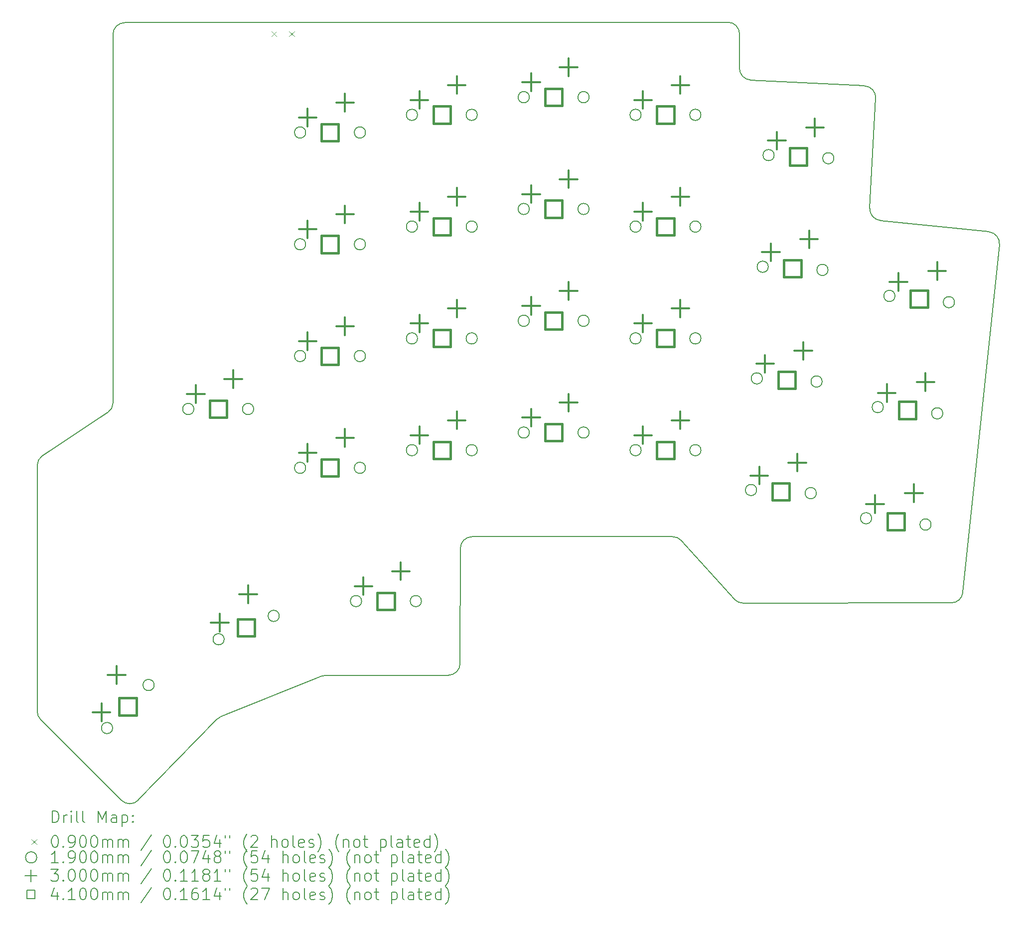
<source format=gbr>
%TF.GenerationSoftware,KiCad,Pcbnew,9.0.0*%
%TF.CreationDate,2025-04-09T21:05:46+02:00*%
%TF.ProjectId,right,72696768-742e-46b6-9963-61645f706362,1*%
%TF.SameCoordinates,Original*%
%TF.FileFunction,Drillmap*%
%TF.FilePolarity,Positive*%
%FSLAX45Y45*%
G04 Gerber Fmt 4.5, Leading zero omitted, Abs format (unit mm)*
G04 Created by KiCad (PCBNEW 9.0.0) date 2025-04-09 21:05:46*
%MOMM*%
%LPD*%
G01*
G04 APERTURE LIST*
%ADD10C,0.150000*%
%ADD11C,0.200000*%
%ADD12C,0.100000*%
%ADD13C,0.190000*%
%ADD14C,0.300000*%
%ADD15C,0.410000*%
G04 APERTURE END LIST*
D10*
X13191587Y-19477706D02*
X14564481Y-20850601D01*
X24866947Y-7624279D02*
X14620433Y-7631978D01*
X27279216Y-10784284D02*
X27380539Y-8918280D01*
X16178512Y-19479508D02*
G75*
G02*
X16247285Y-19433306I143488J-139302D01*
G01*
X13191587Y-19477706D02*
G75*
G02*
X13133011Y-19336285I141443J141426D01*
G01*
X29304692Y-11188125D02*
G75*
G02*
X29482694Y-11407936I-20902J-198905D01*
G01*
X20322584Y-16568702D02*
G75*
G02*
X20522584Y-16369134I199996J-428D01*
G01*
X25253994Y-8606180D02*
G75*
G02*
X25064458Y-8405547I10466J199730D01*
G01*
X20522584Y-16369127D02*
X23929148Y-16369127D01*
X20318432Y-18524552D02*
X20322584Y-16568702D01*
X14420584Y-7832053D02*
X14422966Y-14091487D01*
X13133007Y-15158719D02*
X13133007Y-19336285D01*
X24866947Y-7624279D02*
G75*
G02*
X25067099Y-7825185I153J-200001D01*
G01*
X27191301Y-8707710D02*
X25253994Y-8606180D01*
X14849398Y-20848495D02*
X16178512Y-19479508D01*
X28861776Y-17315537D02*
G75*
G02*
X28663118Y-17494631I-198897J20897D01*
G01*
X23929148Y-16369127D02*
G75*
G02*
X24077566Y-16435073I2J-199983D01*
G01*
X14849398Y-20848495D02*
G75*
G02*
X14564479Y-20850603I-143498J139315D01*
G01*
X25064463Y-8405547D02*
X25067095Y-7825185D01*
X14420584Y-7832053D02*
G75*
G02*
X14620433Y-7631984I199996J73D01*
G01*
X17972050Y-18738611D02*
G75*
G02*
X18046772Y-18724129I74720J-185519D01*
G01*
X27191301Y-8707710D02*
G75*
G02*
X27380541Y-8918280I-10471J-199730D01*
G01*
X13133007Y-15158719D02*
G75*
G02*
X13222786Y-14991833I199983J9D01*
G01*
X14422966Y-14091487D02*
G75*
G02*
X14333192Y-14258452I-199996J-83D01*
G01*
X14333189Y-14258449D02*
X13222785Y-14991833D01*
X20318432Y-18524552D02*
G75*
G02*
X20118433Y-18724132I-200002J422D01*
G01*
X25127629Y-17498987D02*
X28663118Y-17494631D01*
X27458016Y-10994032D02*
G75*
G02*
X27279217Y-10784284I20904J198902D01*
G01*
X24077569Y-16435071D02*
X24978962Y-17433044D01*
X29304692Y-11188125D02*
X27458016Y-10994032D01*
X16247285Y-19433307D02*
X17972050Y-18738611D01*
X18046772Y-18724128D02*
X20118433Y-18724128D01*
X28861776Y-17315537D02*
X29482691Y-11407936D01*
X25127629Y-17498987D02*
G75*
G02*
X24978964Y-17433043I-249J199987D01*
G01*
D11*
D12*
X17113008Y-7776628D02*
X17203008Y-7866628D01*
X17203008Y-7776628D02*
X17113008Y-7866628D01*
X17413008Y-7776628D02*
X17503008Y-7866628D01*
X17503008Y-7776628D02*
X17413008Y-7866628D01*
D13*
X14414751Y-19621766D02*
G75*
G02*
X14224751Y-19621766I-95000J0D01*
G01*
X14224751Y-19621766D02*
G75*
G02*
X14414751Y-19621766I95000J0D01*
G01*
X15120524Y-18890917D02*
G75*
G02*
X14930524Y-18890917I-95000J0D01*
G01*
X14930524Y-18890917D02*
G75*
G02*
X15120524Y-18890917I95000J0D01*
G01*
X15795008Y-14199128D02*
G75*
G02*
X15605008Y-14199128I-95000J0D01*
G01*
X15605008Y-14199128D02*
G75*
G02*
X15795008Y-14199128I95000J0D01*
G01*
X16310392Y-18112619D02*
G75*
G02*
X16120392Y-18112619I-95000J0D01*
G01*
X16120392Y-18112619D02*
G75*
G02*
X16310392Y-18112619I95000J0D01*
G01*
X16811008Y-14199128D02*
G75*
G02*
X16621008Y-14199128I-95000J0D01*
G01*
X16621008Y-14199128D02*
G75*
G02*
X16811008Y-14199128I95000J0D01*
G01*
X17245625Y-17715636D02*
G75*
G02*
X17055625Y-17715636I-95000J0D01*
G01*
X17055625Y-17715636D02*
G75*
G02*
X17245625Y-17715636I95000J0D01*
G01*
X17695007Y-11399127D02*
G75*
G02*
X17505007Y-11399127I-95000J0D01*
G01*
X17505007Y-11399127D02*
G75*
G02*
X17695007Y-11399127I95000J0D01*
G01*
X17695008Y-13299128D02*
G75*
G02*
X17505008Y-13299128I-95000J0D01*
G01*
X17505008Y-13299128D02*
G75*
G02*
X17695008Y-13299128I95000J0D01*
G01*
X17695008Y-9499128D02*
G75*
G02*
X17505008Y-9499128I-95000J0D01*
G01*
X17505008Y-9499128D02*
G75*
G02*
X17695008Y-9499128I95000J0D01*
G01*
X17695009Y-15199127D02*
G75*
G02*
X17505009Y-15199127I-95000J0D01*
G01*
X17505009Y-15199127D02*
G75*
G02*
X17695009Y-15199127I95000J0D01*
G01*
X18645008Y-17464128D02*
G75*
G02*
X18455008Y-17464128I-95000J0D01*
G01*
X18455008Y-17464128D02*
G75*
G02*
X18645008Y-17464128I95000J0D01*
G01*
X18711007Y-11399127D02*
G75*
G02*
X18521007Y-11399127I-95000J0D01*
G01*
X18521007Y-11399127D02*
G75*
G02*
X18711007Y-11399127I95000J0D01*
G01*
X18711008Y-13299128D02*
G75*
G02*
X18521008Y-13299128I-95000J0D01*
G01*
X18521008Y-13299128D02*
G75*
G02*
X18711008Y-13299128I95000J0D01*
G01*
X18711008Y-9499128D02*
G75*
G02*
X18521008Y-9499128I-95000J0D01*
G01*
X18521008Y-9499128D02*
G75*
G02*
X18711008Y-9499128I95000J0D01*
G01*
X18711009Y-15199127D02*
G75*
G02*
X18521009Y-15199127I-95000J0D01*
G01*
X18521009Y-15199127D02*
G75*
G02*
X18711009Y-15199127I95000J0D01*
G01*
X19595007Y-14899127D02*
G75*
G02*
X19405007Y-14899127I-95000J0D01*
G01*
X19405007Y-14899127D02*
G75*
G02*
X19595007Y-14899127I95000J0D01*
G01*
X19595008Y-9199127D02*
G75*
G02*
X19405008Y-9199127I-95000J0D01*
G01*
X19405008Y-9199127D02*
G75*
G02*
X19595008Y-9199127I95000J0D01*
G01*
X19595008Y-11099127D02*
G75*
G02*
X19405008Y-11099127I-95000J0D01*
G01*
X19405008Y-11099127D02*
G75*
G02*
X19595008Y-11099127I95000J0D01*
G01*
X19595008Y-12999128D02*
G75*
G02*
X19405008Y-12999128I-95000J0D01*
G01*
X19405008Y-12999128D02*
G75*
G02*
X19595008Y-12999128I95000J0D01*
G01*
X19661008Y-17464128D02*
G75*
G02*
X19471008Y-17464128I-95000J0D01*
G01*
X19471008Y-17464128D02*
G75*
G02*
X19661008Y-17464128I95000J0D01*
G01*
X20611007Y-14899127D02*
G75*
G02*
X20421007Y-14899127I-95000J0D01*
G01*
X20421007Y-14899127D02*
G75*
G02*
X20611007Y-14899127I95000J0D01*
G01*
X20611008Y-9199127D02*
G75*
G02*
X20421008Y-9199127I-95000J0D01*
G01*
X20421008Y-9199127D02*
G75*
G02*
X20611008Y-9199127I95000J0D01*
G01*
X20611008Y-11099127D02*
G75*
G02*
X20421008Y-11099127I-95000J0D01*
G01*
X20421008Y-11099127D02*
G75*
G02*
X20611008Y-11099127I95000J0D01*
G01*
X20611008Y-12999128D02*
G75*
G02*
X20421008Y-12999128I-95000J0D01*
G01*
X20421008Y-12999128D02*
G75*
G02*
X20611008Y-12999128I95000J0D01*
G01*
X21495007Y-8899127D02*
G75*
G02*
X21305007Y-8899127I-95000J0D01*
G01*
X21305007Y-8899127D02*
G75*
G02*
X21495007Y-8899127I95000J0D01*
G01*
X21495008Y-10799127D02*
G75*
G02*
X21305008Y-10799127I-95000J0D01*
G01*
X21305008Y-10799127D02*
G75*
G02*
X21495008Y-10799127I95000J0D01*
G01*
X21495008Y-12699127D02*
G75*
G02*
X21305008Y-12699127I-95000J0D01*
G01*
X21305008Y-12699127D02*
G75*
G02*
X21495008Y-12699127I95000J0D01*
G01*
X21495008Y-14599127D02*
G75*
G02*
X21305008Y-14599127I-95000J0D01*
G01*
X21305008Y-14599127D02*
G75*
G02*
X21495008Y-14599127I95000J0D01*
G01*
X22511007Y-8899127D02*
G75*
G02*
X22321007Y-8899127I-95000J0D01*
G01*
X22321007Y-8899127D02*
G75*
G02*
X22511007Y-8899127I95000J0D01*
G01*
X22511008Y-10799127D02*
G75*
G02*
X22321008Y-10799127I-95000J0D01*
G01*
X22321008Y-10799127D02*
G75*
G02*
X22511008Y-10799127I95000J0D01*
G01*
X22511008Y-12699127D02*
G75*
G02*
X22321008Y-12699127I-95000J0D01*
G01*
X22321008Y-12699127D02*
G75*
G02*
X22511008Y-12699127I95000J0D01*
G01*
X22511008Y-14599127D02*
G75*
G02*
X22321008Y-14599127I-95000J0D01*
G01*
X22321008Y-14599127D02*
G75*
G02*
X22511008Y-14599127I95000J0D01*
G01*
X23395007Y-12999127D02*
G75*
G02*
X23205007Y-12999127I-95000J0D01*
G01*
X23205007Y-12999127D02*
G75*
G02*
X23395007Y-12999127I95000J0D01*
G01*
X23395007Y-9199127D02*
G75*
G02*
X23205007Y-9199127I-95000J0D01*
G01*
X23205007Y-9199127D02*
G75*
G02*
X23395007Y-9199127I95000J0D01*
G01*
X23395008Y-14899128D02*
G75*
G02*
X23205008Y-14899128I-95000J0D01*
G01*
X23205008Y-14899128D02*
G75*
G02*
X23395008Y-14899128I95000J0D01*
G01*
X23395008Y-11099127D02*
G75*
G02*
X23205008Y-11099127I-95000J0D01*
G01*
X23205008Y-11099127D02*
G75*
G02*
X23395008Y-11099127I95000J0D01*
G01*
X24411007Y-12999127D02*
G75*
G02*
X24221007Y-12999127I-95000J0D01*
G01*
X24221007Y-12999127D02*
G75*
G02*
X24411007Y-12999127I95000J0D01*
G01*
X24411007Y-9199127D02*
G75*
G02*
X24221007Y-9199127I-95000J0D01*
G01*
X24221007Y-9199127D02*
G75*
G02*
X24411007Y-9199127I95000J0D01*
G01*
X24411008Y-14899128D02*
G75*
G02*
X24221008Y-14899128I-95000J0D01*
G01*
X24221008Y-14899128D02*
G75*
G02*
X24411008Y-14899128I95000J0D01*
G01*
X24411008Y-11099127D02*
G75*
G02*
X24221008Y-11099127I-95000J0D01*
G01*
X24221008Y-11099127D02*
G75*
G02*
X24411008Y-11099127I95000J0D01*
G01*
X25356568Y-15576128D02*
G75*
G02*
X25166568Y-15576128I-95000J0D01*
G01*
X25166568Y-15576128D02*
G75*
G02*
X25356568Y-15576128I95000J0D01*
G01*
X25456007Y-13678733D02*
G75*
G02*
X25266007Y-13678733I-95000J0D01*
G01*
X25266007Y-13678733D02*
G75*
G02*
X25456007Y-13678733I95000J0D01*
G01*
X25555445Y-11781336D02*
G75*
G02*
X25365445Y-11781336I-95000J0D01*
G01*
X25365445Y-11781336D02*
G75*
G02*
X25555445Y-11781336I95000J0D01*
G01*
X25654883Y-9883941D02*
G75*
G02*
X25464883Y-9883941I-95000J0D01*
G01*
X25464883Y-9883941D02*
G75*
G02*
X25654883Y-9883941I95000J0D01*
G01*
X26371175Y-15629302D02*
G75*
G02*
X26181175Y-15629302I-95000J0D01*
G01*
X26181175Y-15629302D02*
G75*
G02*
X26371175Y-15629302I95000J0D01*
G01*
X26470614Y-13731906D02*
G75*
G02*
X26280614Y-13731906I-95000J0D01*
G01*
X26280614Y-13731906D02*
G75*
G02*
X26470614Y-13731906I95000J0D01*
G01*
X26570052Y-11834510D02*
G75*
G02*
X26380052Y-11834510I-95000J0D01*
G01*
X26380052Y-11834510D02*
G75*
G02*
X26570052Y-11834510I95000J0D01*
G01*
X26669490Y-9937114D02*
G75*
G02*
X26479490Y-9937114I-95000J0D01*
G01*
X26479490Y-9937114D02*
G75*
G02*
X26669490Y-9937114I95000J0D01*
G01*
X27311368Y-16056506D02*
G75*
G02*
X27121368Y-16056506I-95000J0D01*
G01*
X27121368Y-16056506D02*
G75*
G02*
X27311368Y-16056506I95000J0D01*
G01*
X27509972Y-14166914D02*
G75*
G02*
X27319972Y-14166914I-95000J0D01*
G01*
X27319972Y-14166914D02*
G75*
G02*
X27509972Y-14166914I95000J0D01*
G01*
X27708576Y-12277323D02*
G75*
G02*
X27518576Y-12277323I-95000J0D01*
G01*
X27518576Y-12277323D02*
G75*
G02*
X27708576Y-12277323I95000J0D01*
G01*
X28321802Y-16162707D02*
G75*
G02*
X28131802Y-16162707I-95000J0D01*
G01*
X28131802Y-16162707D02*
G75*
G02*
X28321802Y-16162707I95000J0D01*
G01*
X28520406Y-14273115D02*
G75*
G02*
X28330406Y-14273115I-95000J0D01*
G01*
X28330406Y-14273115D02*
G75*
G02*
X28520406Y-14273115I95000J0D01*
G01*
X28719010Y-12383524D02*
G75*
G02*
X28529010Y-12383524I-95000J0D01*
G01*
X28529010Y-12383524D02*
G75*
G02*
X28719010Y-12383524I95000J0D01*
G01*
D14*
X14225260Y-19203967D02*
X14225260Y-19503967D01*
X14075260Y-19353967D02*
X14375260Y-19353967D01*
X14483656Y-18570743D02*
X14483656Y-18870743D01*
X14333656Y-18720743D02*
X14633656Y-18720743D01*
X15827008Y-13795128D02*
X15827008Y-14095128D01*
X15677008Y-13945128D02*
X15977008Y-13945128D01*
X16233050Y-17679188D02*
X16233050Y-17979188D01*
X16083050Y-17829188D02*
X16383050Y-17829188D01*
X16462008Y-13541128D02*
X16462008Y-13841128D01*
X16312008Y-13691128D02*
X16612008Y-13691128D01*
X16718325Y-17197265D02*
X16718325Y-17497265D01*
X16568325Y-17347265D02*
X16868325Y-17347265D01*
X17727007Y-10995128D02*
X17727007Y-11295127D01*
X17577007Y-11145128D02*
X17877007Y-11145128D01*
X17727008Y-12895128D02*
X17727008Y-13195128D01*
X17577008Y-13045128D02*
X17877008Y-13045128D01*
X17727008Y-9095128D02*
X17727008Y-9395128D01*
X17577008Y-9245128D02*
X17877008Y-9245128D01*
X17727009Y-14795127D02*
X17727009Y-15095127D01*
X17577009Y-14945127D02*
X17877009Y-14945127D01*
X18362007Y-10741128D02*
X18362007Y-11041128D01*
X18212007Y-10891128D02*
X18512007Y-10891128D01*
X18362008Y-12641128D02*
X18362008Y-12941128D01*
X18212008Y-12791128D02*
X18512008Y-12791128D01*
X18362008Y-8841128D02*
X18362008Y-9141128D01*
X18212008Y-8991128D02*
X18512008Y-8991128D01*
X18362009Y-14541127D02*
X18362009Y-14841127D01*
X18212009Y-14691127D02*
X18512009Y-14691127D01*
X18677008Y-17060128D02*
X18677008Y-17360128D01*
X18527008Y-17210128D02*
X18827008Y-17210128D01*
X19312008Y-16806128D02*
X19312008Y-17106128D01*
X19162008Y-16956128D02*
X19462008Y-16956128D01*
X19627007Y-14495127D02*
X19627007Y-14795127D01*
X19477007Y-14645127D02*
X19777007Y-14645127D01*
X19627008Y-8795127D02*
X19627008Y-9095127D01*
X19477008Y-8945127D02*
X19777008Y-8945127D01*
X19627008Y-10695127D02*
X19627008Y-10995127D01*
X19477008Y-10845127D02*
X19777008Y-10845127D01*
X19627008Y-12595128D02*
X19627008Y-12895128D01*
X19477008Y-12745128D02*
X19777008Y-12745128D01*
X20262007Y-14241127D02*
X20262007Y-14541127D01*
X20112007Y-14391127D02*
X20412007Y-14391127D01*
X20262008Y-8541127D02*
X20262008Y-8841127D01*
X20112008Y-8691127D02*
X20412008Y-8691127D01*
X20262008Y-10441127D02*
X20262008Y-10741127D01*
X20112008Y-10591127D02*
X20412008Y-10591127D01*
X20262008Y-12341128D02*
X20262008Y-12641128D01*
X20112008Y-12491128D02*
X20412008Y-12491128D01*
X21527007Y-8495127D02*
X21527007Y-8795127D01*
X21377007Y-8645127D02*
X21677007Y-8645127D01*
X21527008Y-10395127D02*
X21527008Y-10695127D01*
X21377008Y-10545127D02*
X21677008Y-10545127D01*
X21527008Y-12295127D02*
X21527008Y-12595127D01*
X21377008Y-12445127D02*
X21677008Y-12445127D01*
X21527008Y-14195127D02*
X21527008Y-14495127D01*
X21377008Y-14345127D02*
X21677008Y-14345127D01*
X22162007Y-8241127D02*
X22162007Y-8541127D01*
X22012007Y-8391127D02*
X22312007Y-8391127D01*
X22162008Y-10141127D02*
X22162008Y-10441127D01*
X22012008Y-10291127D02*
X22312008Y-10291127D01*
X22162008Y-12041127D02*
X22162008Y-12341127D01*
X22012008Y-12191127D02*
X22312008Y-12191127D01*
X22162008Y-13941127D02*
X22162008Y-14241127D01*
X22012008Y-14091127D02*
X22312008Y-14091127D01*
X23427007Y-12595127D02*
X23427007Y-12895127D01*
X23277007Y-12745127D02*
X23577007Y-12745127D01*
X23427007Y-8795127D02*
X23427007Y-9095127D01*
X23277007Y-8945127D02*
X23577007Y-8945127D01*
X23427008Y-14495128D02*
X23427008Y-14795128D01*
X23277008Y-14645128D02*
X23577008Y-14645128D01*
X23427008Y-10695127D02*
X23427008Y-10995127D01*
X23277008Y-10845127D02*
X23577008Y-10845127D01*
X24062007Y-12341127D02*
X24062007Y-12641127D01*
X23912007Y-12491127D02*
X24212007Y-12491127D01*
X24062007Y-8541127D02*
X24062007Y-8841127D01*
X23912007Y-8691127D02*
X24212007Y-8691127D01*
X24062008Y-14241128D02*
X24062008Y-14541128D01*
X23912008Y-14391128D02*
X24212008Y-14391128D01*
X24062008Y-10441127D02*
X24062008Y-10741127D01*
X23912008Y-10591127D02*
X24212008Y-10591127D01*
X25401687Y-15179123D02*
X25401687Y-15479123D01*
X25251687Y-15329123D02*
X25551687Y-15329123D01*
X25501126Y-13281727D02*
X25501126Y-13581727D01*
X25351126Y-13431727D02*
X25651126Y-13431727D01*
X25600564Y-11384331D02*
X25600564Y-11684331D01*
X25450564Y-11534331D02*
X25750564Y-11534331D01*
X25700002Y-9486935D02*
X25700002Y-9786935D01*
X25550002Y-9636935D02*
X25850002Y-9636935D01*
X26049110Y-14958705D02*
X26049110Y-15258705D01*
X25899110Y-15108705D02*
X26199110Y-15108705D01*
X26148549Y-13061309D02*
X26148549Y-13361309D01*
X25998549Y-13211309D02*
X26298549Y-13211309D01*
X26247987Y-11163913D02*
X26247987Y-11463913D01*
X26097987Y-11313913D02*
X26397987Y-11313913D01*
X26347425Y-9266517D02*
X26347425Y-9566517D01*
X26197425Y-9416517D02*
X26497425Y-9416517D01*
X27369222Y-15667172D02*
X27369222Y-15967172D01*
X27219222Y-15817172D02*
X27519222Y-15817172D01*
X27567826Y-13777581D02*
X27567826Y-14077581D01*
X27417826Y-13927581D02*
X27717826Y-13927581D01*
X27766430Y-11887990D02*
X27766430Y-12187990D01*
X27616430Y-12037990D02*
X27916430Y-12037990D01*
X28027294Y-15480939D02*
X28027294Y-15780939D01*
X27877294Y-15630939D02*
X28177294Y-15630939D01*
X28225898Y-13591348D02*
X28225898Y-13891348D01*
X28075898Y-13741348D02*
X28375898Y-13741348D01*
X28424502Y-11701757D02*
X28424502Y-12001757D01*
X28274502Y-11851757D02*
X28574502Y-11851757D01*
D15*
X14817596Y-19401300D02*
X14817596Y-19111383D01*
X14527679Y-19111383D01*
X14527679Y-19401300D01*
X14817596Y-19401300D01*
X16352966Y-14344086D02*
X16352966Y-14054169D01*
X16063049Y-14054169D01*
X16063049Y-14344086D01*
X16352966Y-14344086D01*
X16827966Y-18059086D02*
X16827966Y-17769169D01*
X16538050Y-17769169D01*
X16538050Y-18059086D01*
X16827966Y-18059086D01*
X18252966Y-11544086D02*
X18252966Y-11254169D01*
X17963049Y-11254169D01*
X17963049Y-11544086D01*
X18252966Y-11544086D01*
X18252966Y-13444086D02*
X18252966Y-13154169D01*
X17963049Y-13154169D01*
X17963049Y-13444086D01*
X18252966Y-13444086D01*
X18252966Y-9644086D02*
X18252966Y-9354169D01*
X17963050Y-9354169D01*
X17963050Y-9644086D01*
X18252966Y-9644086D01*
X18252967Y-15344085D02*
X18252967Y-15054169D01*
X17963050Y-15054169D01*
X17963050Y-15344085D01*
X18252967Y-15344085D01*
X19202966Y-17609086D02*
X19202966Y-17319169D01*
X18913049Y-17319169D01*
X18913049Y-17609086D01*
X19202966Y-17609086D01*
X20152966Y-15044085D02*
X20152966Y-14754169D01*
X19863049Y-14754169D01*
X19863049Y-15044085D01*
X20152966Y-15044085D01*
X20152966Y-9344086D02*
X20152966Y-9054169D01*
X19863049Y-9054169D01*
X19863049Y-9344086D01*
X20152966Y-9344086D01*
X20152966Y-11244086D02*
X20152966Y-10954169D01*
X19863050Y-10954169D01*
X19863050Y-11244086D01*
X20152966Y-11244086D01*
X20152967Y-13144086D02*
X20152967Y-12854170D01*
X19863050Y-12854170D01*
X19863050Y-13144086D01*
X20152967Y-13144086D01*
X22052966Y-9044085D02*
X22052966Y-8754169D01*
X21763049Y-8754169D01*
X21763049Y-9044085D01*
X22052966Y-9044085D01*
X22052966Y-10944085D02*
X22052966Y-10654169D01*
X21763049Y-10654169D01*
X21763049Y-10944085D01*
X22052966Y-10944085D01*
X22052966Y-12844086D02*
X22052966Y-12554169D01*
X21763049Y-12554169D01*
X21763049Y-12844086D01*
X22052966Y-12844086D01*
X22052967Y-14744086D02*
X22052967Y-14454169D01*
X21763050Y-14454169D01*
X21763050Y-14744086D01*
X22052967Y-14744086D01*
X23952965Y-13144085D02*
X23952965Y-12854169D01*
X23663049Y-12854169D01*
X23663049Y-13144085D01*
X23952965Y-13144085D01*
X23952966Y-9344085D02*
X23952966Y-9054169D01*
X23663049Y-9054169D01*
X23663049Y-9344085D01*
X23952966Y-9344085D01*
X23952966Y-15044086D02*
X23952966Y-14754169D01*
X23663050Y-14754169D01*
X23663050Y-15044086D01*
X23952966Y-15044086D01*
X23952966Y-11244086D02*
X23952966Y-10954169D01*
X23663050Y-10954169D01*
X23663050Y-11244086D01*
X23952966Y-11244086D01*
X25913830Y-15747673D02*
X25913830Y-15457757D01*
X25623913Y-15457757D01*
X25623913Y-15747673D01*
X25913830Y-15747673D01*
X26013269Y-13850278D02*
X26013269Y-13560361D01*
X25723352Y-13560361D01*
X25723352Y-13850278D01*
X26013269Y-13850278D01*
X26112707Y-11952881D02*
X26112707Y-11662965D01*
X25822790Y-11662965D01*
X25822790Y-11952881D01*
X26112707Y-11952881D01*
X26212145Y-10055486D02*
X26212145Y-9765569D01*
X25922228Y-9765569D01*
X25922228Y-10055486D01*
X26212145Y-10055486D01*
X27866543Y-16254565D02*
X27866543Y-15964648D01*
X27576627Y-15964648D01*
X27576627Y-16254565D01*
X27866543Y-16254565D01*
X28065147Y-14364973D02*
X28065147Y-14075056D01*
X27775231Y-14075056D01*
X27775231Y-14364973D01*
X28065147Y-14364973D01*
X28263751Y-12475382D02*
X28263751Y-12185465D01*
X27973835Y-12185465D01*
X27973835Y-12475382D01*
X28263751Y-12475382D01*
D11*
X13386284Y-21228165D02*
X13386284Y-21028165D01*
X13386284Y-21028165D02*
X13433903Y-21028165D01*
X13433903Y-21028165D02*
X13462474Y-21037689D01*
X13462474Y-21037689D02*
X13481522Y-21056736D01*
X13481522Y-21056736D02*
X13491046Y-21075784D01*
X13491046Y-21075784D02*
X13500570Y-21113879D01*
X13500570Y-21113879D02*
X13500570Y-21142451D01*
X13500570Y-21142451D02*
X13491046Y-21180546D01*
X13491046Y-21180546D02*
X13481522Y-21199593D01*
X13481522Y-21199593D02*
X13462474Y-21218641D01*
X13462474Y-21218641D02*
X13433903Y-21228165D01*
X13433903Y-21228165D02*
X13386284Y-21228165D01*
X13586284Y-21228165D02*
X13586284Y-21094831D01*
X13586284Y-21132927D02*
X13595808Y-21113879D01*
X13595808Y-21113879D02*
X13605332Y-21104355D01*
X13605332Y-21104355D02*
X13624379Y-21094831D01*
X13624379Y-21094831D02*
X13643427Y-21094831D01*
X13710093Y-21228165D02*
X13710093Y-21094831D01*
X13710093Y-21028165D02*
X13700570Y-21037689D01*
X13700570Y-21037689D02*
X13710093Y-21047212D01*
X13710093Y-21047212D02*
X13719617Y-21037689D01*
X13719617Y-21037689D02*
X13710093Y-21028165D01*
X13710093Y-21028165D02*
X13710093Y-21047212D01*
X13833903Y-21228165D02*
X13814855Y-21218641D01*
X13814855Y-21218641D02*
X13805332Y-21199593D01*
X13805332Y-21199593D02*
X13805332Y-21028165D01*
X13938665Y-21228165D02*
X13919617Y-21218641D01*
X13919617Y-21218641D02*
X13910093Y-21199593D01*
X13910093Y-21199593D02*
X13910093Y-21028165D01*
X14167236Y-21228165D02*
X14167236Y-21028165D01*
X14167236Y-21028165D02*
X14233903Y-21171022D01*
X14233903Y-21171022D02*
X14300570Y-21028165D01*
X14300570Y-21028165D02*
X14300570Y-21228165D01*
X14481522Y-21228165D02*
X14481522Y-21123403D01*
X14481522Y-21123403D02*
X14471998Y-21104355D01*
X14471998Y-21104355D02*
X14452951Y-21094831D01*
X14452951Y-21094831D02*
X14414855Y-21094831D01*
X14414855Y-21094831D02*
X14395808Y-21104355D01*
X14481522Y-21218641D02*
X14462474Y-21228165D01*
X14462474Y-21228165D02*
X14414855Y-21228165D01*
X14414855Y-21228165D02*
X14395808Y-21218641D01*
X14395808Y-21218641D02*
X14386284Y-21199593D01*
X14386284Y-21199593D02*
X14386284Y-21180546D01*
X14386284Y-21180546D02*
X14395808Y-21161498D01*
X14395808Y-21161498D02*
X14414855Y-21151974D01*
X14414855Y-21151974D02*
X14462474Y-21151974D01*
X14462474Y-21151974D02*
X14481522Y-21142451D01*
X14576760Y-21094831D02*
X14576760Y-21294831D01*
X14576760Y-21104355D02*
X14595808Y-21094831D01*
X14595808Y-21094831D02*
X14633903Y-21094831D01*
X14633903Y-21094831D02*
X14652951Y-21104355D01*
X14652951Y-21104355D02*
X14662474Y-21113879D01*
X14662474Y-21113879D02*
X14671998Y-21132927D01*
X14671998Y-21132927D02*
X14671998Y-21190070D01*
X14671998Y-21190070D02*
X14662474Y-21209117D01*
X14662474Y-21209117D02*
X14652951Y-21218641D01*
X14652951Y-21218641D02*
X14633903Y-21228165D01*
X14633903Y-21228165D02*
X14595808Y-21228165D01*
X14595808Y-21228165D02*
X14576760Y-21218641D01*
X14757713Y-21209117D02*
X14767236Y-21218641D01*
X14767236Y-21218641D02*
X14757713Y-21228165D01*
X14757713Y-21228165D02*
X14748189Y-21218641D01*
X14748189Y-21218641D02*
X14757713Y-21209117D01*
X14757713Y-21209117D02*
X14757713Y-21228165D01*
X14757713Y-21104355D02*
X14767236Y-21113879D01*
X14767236Y-21113879D02*
X14757713Y-21123403D01*
X14757713Y-21123403D02*
X14748189Y-21113879D01*
X14748189Y-21113879D02*
X14757713Y-21104355D01*
X14757713Y-21104355D02*
X14757713Y-21123403D01*
D12*
X13035507Y-21511681D02*
X13125507Y-21601681D01*
X13125507Y-21511681D02*
X13035507Y-21601681D01*
D11*
X13424379Y-21448165D02*
X13443427Y-21448165D01*
X13443427Y-21448165D02*
X13462474Y-21457689D01*
X13462474Y-21457689D02*
X13471998Y-21467212D01*
X13471998Y-21467212D02*
X13481522Y-21486260D01*
X13481522Y-21486260D02*
X13491046Y-21524355D01*
X13491046Y-21524355D02*
X13491046Y-21571974D01*
X13491046Y-21571974D02*
X13481522Y-21610070D01*
X13481522Y-21610070D02*
X13471998Y-21629117D01*
X13471998Y-21629117D02*
X13462474Y-21638641D01*
X13462474Y-21638641D02*
X13443427Y-21648165D01*
X13443427Y-21648165D02*
X13424379Y-21648165D01*
X13424379Y-21648165D02*
X13405332Y-21638641D01*
X13405332Y-21638641D02*
X13395808Y-21629117D01*
X13395808Y-21629117D02*
X13386284Y-21610070D01*
X13386284Y-21610070D02*
X13376760Y-21571974D01*
X13376760Y-21571974D02*
X13376760Y-21524355D01*
X13376760Y-21524355D02*
X13386284Y-21486260D01*
X13386284Y-21486260D02*
X13395808Y-21467212D01*
X13395808Y-21467212D02*
X13405332Y-21457689D01*
X13405332Y-21457689D02*
X13424379Y-21448165D01*
X13576760Y-21629117D02*
X13586284Y-21638641D01*
X13586284Y-21638641D02*
X13576760Y-21648165D01*
X13576760Y-21648165D02*
X13567236Y-21638641D01*
X13567236Y-21638641D02*
X13576760Y-21629117D01*
X13576760Y-21629117D02*
X13576760Y-21648165D01*
X13681522Y-21648165D02*
X13719617Y-21648165D01*
X13719617Y-21648165D02*
X13738665Y-21638641D01*
X13738665Y-21638641D02*
X13748189Y-21629117D01*
X13748189Y-21629117D02*
X13767236Y-21600546D01*
X13767236Y-21600546D02*
X13776760Y-21562451D01*
X13776760Y-21562451D02*
X13776760Y-21486260D01*
X13776760Y-21486260D02*
X13767236Y-21467212D01*
X13767236Y-21467212D02*
X13757713Y-21457689D01*
X13757713Y-21457689D02*
X13738665Y-21448165D01*
X13738665Y-21448165D02*
X13700570Y-21448165D01*
X13700570Y-21448165D02*
X13681522Y-21457689D01*
X13681522Y-21457689D02*
X13671998Y-21467212D01*
X13671998Y-21467212D02*
X13662474Y-21486260D01*
X13662474Y-21486260D02*
X13662474Y-21533879D01*
X13662474Y-21533879D02*
X13671998Y-21552927D01*
X13671998Y-21552927D02*
X13681522Y-21562451D01*
X13681522Y-21562451D02*
X13700570Y-21571974D01*
X13700570Y-21571974D02*
X13738665Y-21571974D01*
X13738665Y-21571974D02*
X13757713Y-21562451D01*
X13757713Y-21562451D02*
X13767236Y-21552927D01*
X13767236Y-21552927D02*
X13776760Y-21533879D01*
X13900570Y-21448165D02*
X13919617Y-21448165D01*
X13919617Y-21448165D02*
X13938665Y-21457689D01*
X13938665Y-21457689D02*
X13948189Y-21467212D01*
X13948189Y-21467212D02*
X13957713Y-21486260D01*
X13957713Y-21486260D02*
X13967236Y-21524355D01*
X13967236Y-21524355D02*
X13967236Y-21571974D01*
X13967236Y-21571974D02*
X13957713Y-21610070D01*
X13957713Y-21610070D02*
X13948189Y-21629117D01*
X13948189Y-21629117D02*
X13938665Y-21638641D01*
X13938665Y-21638641D02*
X13919617Y-21648165D01*
X13919617Y-21648165D02*
X13900570Y-21648165D01*
X13900570Y-21648165D02*
X13881522Y-21638641D01*
X13881522Y-21638641D02*
X13871998Y-21629117D01*
X13871998Y-21629117D02*
X13862474Y-21610070D01*
X13862474Y-21610070D02*
X13852951Y-21571974D01*
X13852951Y-21571974D02*
X13852951Y-21524355D01*
X13852951Y-21524355D02*
X13862474Y-21486260D01*
X13862474Y-21486260D02*
X13871998Y-21467212D01*
X13871998Y-21467212D02*
X13881522Y-21457689D01*
X13881522Y-21457689D02*
X13900570Y-21448165D01*
X14091046Y-21448165D02*
X14110094Y-21448165D01*
X14110094Y-21448165D02*
X14129141Y-21457689D01*
X14129141Y-21457689D02*
X14138665Y-21467212D01*
X14138665Y-21467212D02*
X14148189Y-21486260D01*
X14148189Y-21486260D02*
X14157713Y-21524355D01*
X14157713Y-21524355D02*
X14157713Y-21571974D01*
X14157713Y-21571974D02*
X14148189Y-21610070D01*
X14148189Y-21610070D02*
X14138665Y-21629117D01*
X14138665Y-21629117D02*
X14129141Y-21638641D01*
X14129141Y-21638641D02*
X14110094Y-21648165D01*
X14110094Y-21648165D02*
X14091046Y-21648165D01*
X14091046Y-21648165D02*
X14071998Y-21638641D01*
X14071998Y-21638641D02*
X14062474Y-21629117D01*
X14062474Y-21629117D02*
X14052951Y-21610070D01*
X14052951Y-21610070D02*
X14043427Y-21571974D01*
X14043427Y-21571974D02*
X14043427Y-21524355D01*
X14043427Y-21524355D02*
X14052951Y-21486260D01*
X14052951Y-21486260D02*
X14062474Y-21467212D01*
X14062474Y-21467212D02*
X14071998Y-21457689D01*
X14071998Y-21457689D02*
X14091046Y-21448165D01*
X14243427Y-21648165D02*
X14243427Y-21514831D01*
X14243427Y-21533879D02*
X14252951Y-21524355D01*
X14252951Y-21524355D02*
X14271998Y-21514831D01*
X14271998Y-21514831D02*
X14300570Y-21514831D01*
X14300570Y-21514831D02*
X14319617Y-21524355D01*
X14319617Y-21524355D02*
X14329141Y-21543403D01*
X14329141Y-21543403D02*
X14329141Y-21648165D01*
X14329141Y-21543403D02*
X14338665Y-21524355D01*
X14338665Y-21524355D02*
X14357713Y-21514831D01*
X14357713Y-21514831D02*
X14386284Y-21514831D01*
X14386284Y-21514831D02*
X14405332Y-21524355D01*
X14405332Y-21524355D02*
X14414855Y-21543403D01*
X14414855Y-21543403D02*
X14414855Y-21648165D01*
X14510094Y-21648165D02*
X14510094Y-21514831D01*
X14510094Y-21533879D02*
X14519617Y-21524355D01*
X14519617Y-21524355D02*
X14538665Y-21514831D01*
X14538665Y-21514831D02*
X14567236Y-21514831D01*
X14567236Y-21514831D02*
X14586284Y-21524355D01*
X14586284Y-21524355D02*
X14595808Y-21543403D01*
X14595808Y-21543403D02*
X14595808Y-21648165D01*
X14595808Y-21543403D02*
X14605332Y-21524355D01*
X14605332Y-21524355D02*
X14624379Y-21514831D01*
X14624379Y-21514831D02*
X14652951Y-21514831D01*
X14652951Y-21514831D02*
X14671998Y-21524355D01*
X14671998Y-21524355D02*
X14681522Y-21543403D01*
X14681522Y-21543403D02*
X14681522Y-21648165D01*
X15071998Y-21438641D02*
X14900570Y-21695784D01*
X15329141Y-21448165D02*
X15348189Y-21448165D01*
X15348189Y-21448165D02*
X15367237Y-21457689D01*
X15367237Y-21457689D02*
X15376760Y-21467212D01*
X15376760Y-21467212D02*
X15386284Y-21486260D01*
X15386284Y-21486260D02*
X15395808Y-21524355D01*
X15395808Y-21524355D02*
X15395808Y-21571974D01*
X15395808Y-21571974D02*
X15386284Y-21610070D01*
X15386284Y-21610070D02*
X15376760Y-21629117D01*
X15376760Y-21629117D02*
X15367237Y-21638641D01*
X15367237Y-21638641D02*
X15348189Y-21648165D01*
X15348189Y-21648165D02*
X15329141Y-21648165D01*
X15329141Y-21648165D02*
X15310094Y-21638641D01*
X15310094Y-21638641D02*
X15300570Y-21629117D01*
X15300570Y-21629117D02*
X15291046Y-21610070D01*
X15291046Y-21610070D02*
X15281522Y-21571974D01*
X15281522Y-21571974D02*
X15281522Y-21524355D01*
X15281522Y-21524355D02*
X15291046Y-21486260D01*
X15291046Y-21486260D02*
X15300570Y-21467212D01*
X15300570Y-21467212D02*
X15310094Y-21457689D01*
X15310094Y-21457689D02*
X15329141Y-21448165D01*
X15481522Y-21629117D02*
X15491046Y-21638641D01*
X15491046Y-21638641D02*
X15481522Y-21648165D01*
X15481522Y-21648165D02*
X15471998Y-21638641D01*
X15471998Y-21638641D02*
X15481522Y-21629117D01*
X15481522Y-21629117D02*
X15481522Y-21648165D01*
X15614856Y-21448165D02*
X15633903Y-21448165D01*
X15633903Y-21448165D02*
X15652951Y-21457689D01*
X15652951Y-21457689D02*
X15662475Y-21467212D01*
X15662475Y-21467212D02*
X15671998Y-21486260D01*
X15671998Y-21486260D02*
X15681522Y-21524355D01*
X15681522Y-21524355D02*
X15681522Y-21571974D01*
X15681522Y-21571974D02*
X15671998Y-21610070D01*
X15671998Y-21610070D02*
X15662475Y-21629117D01*
X15662475Y-21629117D02*
X15652951Y-21638641D01*
X15652951Y-21638641D02*
X15633903Y-21648165D01*
X15633903Y-21648165D02*
X15614856Y-21648165D01*
X15614856Y-21648165D02*
X15595808Y-21638641D01*
X15595808Y-21638641D02*
X15586284Y-21629117D01*
X15586284Y-21629117D02*
X15576760Y-21610070D01*
X15576760Y-21610070D02*
X15567237Y-21571974D01*
X15567237Y-21571974D02*
X15567237Y-21524355D01*
X15567237Y-21524355D02*
X15576760Y-21486260D01*
X15576760Y-21486260D02*
X15586284Y-21467212D01*
X15586284Y-21467212D02*
X15595808Y-21457689D01*
X15595808Y-21457689D02*
X15614856Y-21448165D01*
X15748189Y-21448165D02*
X15871998Y-21448165D01*
X15871998Y-21448165D02*
X15805332Y-21524355D01*
X15805332Y-21524355D02*
X15833903Y-21524355D01*
X15833903Y-21524355D02*
X15852951Y-21533879D01*
X15852951Y-21533879D02*
X15862475Y-21543403D01*
X15862475Y-21543403D02*
X15871998Y-21562451D01*
X15871998Y-21562451D02*
X15871998Y-21610070D01*
X15871998Y-21610070D02*
X15862475Y-21629117D01*
X15862475Y-21629117D02*
X15852951Y-21638641D01*
X15852951Y-21638641D02*
X15833903Y-21648165D01*
X15833903Y-21648165D02*
X15776760Y-21648165D01*
X15776760Y-21648165D02*
X15757713Y-21638641D01*
X15757713Y-21638641D02*
X15748189Y-21629117D01*
X16052951Y-21448165D02*
X15957713Y-21448165D01*
X15957713Y-21448165D02*
X15948189Y-21543403D01*
X15948189Y-21543403D02*
X15957713Y-21533879D01*
X15957713Y-21533879D02*
X15976760Y-21524355D01*
X15976760Y-21524355D02*
X16024379Y-21524355D01*
X16024379Y-21524355D02*
X16043427Y-21533879D01*
X16043427Y-21533879D02*
X16052951Y-21543403D01*
X16052951Y-21543403D02*
X16062475Y-21562451D01*
X16062475Y-21562451D02*
X16062475Y-21610070D01*
X16062475Y-21610070D02*
X16052951Y-21629117D01*
X16052951Y-21629117D02*
X16043427Y-21638641D01*
X16043427Y-21638641D02*
X16024379Y-21648165D01*
X16024379Y-21648165D02*
X15976760Y-21648165D01*
X15976760Y-21648165D02*
X15957713Y-21638641D01*
X15957713Y-21638641D02*
X15948189Y-21629117D01*
X16233903Y-21514831D02*
X16233903Y-21648165D01*
X16186284Y-21438641D02*
X16138665Y-21581498D01*
X16138665Y-21581498D02*
X16262475Y-21581498D01*
X16329141Y-21448165D02*
X16329141Y-21486260D01*
X16405332Y-21448165D02*
X16405332Y-21486260D01*
X16700570Y-21724355D02*
X16691046Y-21714831D01*
X16691046Y-21714831D02*
X16671999Y-21686260D01*
X16671999Y-21686260D02*
X16662475Y-21667212D01*
X16662475Y-21667212D02*
X16652951Y-21638641D01*
X16652951Y-21638641D02*
X16643427Y-21591022D01*
X16643427Y-21591022D02*
X16643427Y-21552927D01*
X16643427Y-21552927D02*
X16652951Y-21505308D01*
X16652951Y-21505308D02*
X16662475Y-21476736D01*
X16662475Y-21476736D02*
X16671999Y-21457689D01*
X16671999Y-21457689D02*
X16691046Y-21429117D01*
X16691046Y-21429117D02*
X16700570Y-21419593D01*
X16767237Y-21467212D02*
X16776760Y-21457689D01*
X16776760Y-21457689D02*
X16795808Y-21448165D01*
X16795808Y-21448165D02*
X16843427Y-21448165D01*
X16843427Y-21448165D02*
X16862475Y-21457689D01*
X16862475Y-21457689D02*
X16871999Y-21467212D01*
X16871999Y-21467212D02*
X16881522Y-21486260D01*
X16881522Y-21486260D02*
X16881522Y-21505308D01*
X16881522Y-21505308D02*
X16871999Y-21533879D01*
X16871999Y-21533879D02*
X16757713Y-21648165D01*
X16757713Y-21648165D02*
X16881522Y-21648165D01*
X17119618Y-21648165D02*
X17119618Y-21448165D01*
X17205332Y-21648165D02*
X17205332Y-21543403D01*
X17205332Y-21543403D02*
X17195808Y-21524355D01*
X17195808Y-21524355D02*
X17176761Y-21514831D01*
X17176761Y-21514831D02*
X17148189Y-21514831D01*
X17148189Y-21514831D02*
X17129142Y-21524355D01*
X17129142Y-21524355D02*
X17119618Y-21533879D01*
X17329142Y-21648165D02*
X17310094Y-21638641D01*
X17310094Y-21638641D02*
X17300570Y-21629117D01*
X17300570Y-21629117D02*
X17291046Y-21610070D01*
X17291046Y-21610070D02*
X17291046Y-21552927D01*
X17291046Y-21552927D02*
X17300570Y-21533879D01*
X17300570Y-21533879D02*
X17310094Y-21524355D01*
X17310094Y-21524355D02*
X17329142Y-21514831D01*
X17329142Y-21514831D02*
X17357713Y-21514831D01*
X17357713Y-21514831D02*
X17376761Y-21524355D01*
X17376761Y-21524355D02*
X17386284Y-21533879D01*
X17386284Y-21533879D02*
X17395808Y-21552927D01*
X17395808Y-21552927D02*
X17395808Y-21610070D01*
X17395808Y-21610070D02*
X17386284Y-21629117D01*
X17386284Y-21629117D02*
X17376761Y-21638641D01*
X17376761Y-21638641D02*
X17357713Y-21648165D01*
X17357713Y-21648165D02*
X17329142Y-21648165D01*
X17510094Y-21648165D02*
X17491046Y-21638641D01*
X17491046Y-21638641D02*
X17481523Y-21619593D01*
X17481523Y-21619593D02*
X17481523Y-21448165D01*
X17662475Y-21638641D02*
X17643427Y-21648165D01*
X17643427Y-21648165D02*
X17605332Y-21648165D01*
X17605332Y-21648165D02*
X17586284Y-21638641D01*
X17586284Y-21638641D02*
X17576761Y-21619593D01*
X17576761Y-21619593D02*
X17576761Y-21543403D01*
X17576761Y-21543403D02*
X17586284Y-21524355D01*
X17586284Y-21524355D02*
X17605332Y-21514831D01*
X17605332Y-21514831D02*
X17643427Y-21514831D01*
X17643427Y-21514831D02*
X17662475Y-21524355D01*
X17662475Y-21524355D02*
X17671999Y-21543403D01*
X17671999Y-21543403D02*
X17671999Y-21562451D01*
X17671999Y-21562451D02*
X17576761Y-21581498D01*
X17748189Y-21638641D02*
X17767237Y-21648165D01*
X17767237Y-21648165D02*
X17805332Y-21648165D01*
X17805332Y-21648165D02*
X17824380Y-21638641D01*
X17824380Y-21638641D02*
X17833904Y-21619593D01*
X17833904Y-21619593D02*
X17833904Y-21610070D01*
X17833904Y-21610070D02*
X17824380Y-21591022D01*
X17824380Y-21591022D02*
X17805332Y-21581498D01*
X17805332Y-21581498D02*
X17776761Y-21581498D01*
X17776761Y-21581498D02*
X17757713Y-21571974D01*
X17757713Y-21571974D02*
X17748189Y-21552927D01*
X17748189Y-21552927D02*
X17748189Y-21543403D01*
X17748189Y-21543403D02*
X17757713Y-21524355D01*
X17757713Y-21524355D02*
X17776761Y-21514831D01*
X17776761Y-21514831D02*
X17805332Y-21514831D01*
X17805332Y-21514831D02*
X17824380Y-21524355D01*
X17900570Y-21724355D02*
X17910094Y-21714831D01*
X17910094Y-21714831D02*
X17929142Y-21686260D01*
X17929142Y-21686260D02*
X17938665Y-21667212D01*
X17938665Y-21667212D02*
X17948189Y-21638641D01*
X17948189Y-21638641D02*
X17957713Y-21591022D01*
X17957713Y-21591022D02*
X17957713Y-21552927D01*
X17957713Y-21552927D02*
X17948189Y-21505308D01*
X17948189Y-21505308D02*
X17938665Y-21476736D01*
X17938665Y-21476736D02*
X17929142Y-21457689D01*
X17929142Y-21457689D02*
X17910094Y-21429117D01*
X17910094Y-21429117D02*
X17900570Y-21419593D01*
X18262475Y-21724355D02*
X18252951Y-21714831D01*
X18252951Y-21714831D02*
X18233904Y-21686260D01*
X18233904Y-21686260D02*
X18224380Y-21667212D01*
X18224380Y-21667212D02*
X18214856Y-21638641D01*
X18214856Y-21638641D02*
X18205332Y-21591022D01*
X18205332Y-21591022D02*
X18205332Y-21552927D01*
X18205332Y-21552927D02*
X18214856Y-21505308D01*
X18214856Y-21505308D02*
X18224380Y-21476736D01*
X18224380Y-21476736D02*
X18233904Y-21457689D01*
X18233904Y-21457689D02*
X18252951Y-21429117D01*
X18252951Y-21429117D02*
X18262475Y-21419593D01*
X18338665Y-21514831D02*
X18338665Y-21648165D01*
X18338665Y-21533879D02*
X18348189Y-21524355D01*
X18348189Y-21524355D02*
X18367237Y-21514831D01*
X18367237Y-21514831D02*
X18395808Y-21514831D01*
X18395808Y-21514831D02*
X18414856Y-21524355D01*
X18414856Y-21524355D02*
X18424380Y-21543403D01*
X18424380Y-21543403D02*
X18424380Y-21648165D01*
X18548189Y-21648165D02*
X18529142Y-21638641D01*
X18529142Y-21638641D02*
X18519618Y-21629117D01*
X18519618Y-21629117D02*
X18510094Y-21610070D01*
X18510094Y-21610070D02*
X18510094Y-21552927D01*
X18510094Y-21552927D02*
X18519618Y-21533879D01*
X18519618Y-21533879D02*
X18529142Y-21524355D01*
X18529142Y-21524355D02*
X18548189Y-21514831D01*
X18548189Y-21514831D02*
X18576761Y-21514831D01*
X18576761Y-21514831D02*
X18595808Y-21524355D01*
X18595808Y-21524355D02*
X18605332Y-21533879D01*
X18605332Y-21533879D02*
X18614856Y-21552927D01*
X18614856Y-21552927D02*
X18614856Y-21610070D01*
X18614856Y-21610070D02*
X18605332Y-21629117D01*
X18605332Y-21629117D02*
X18595808Y-21638641D01*
X18595808Y-21638641D02*
X18576761Y-21648165D01*
X18576761Y-21648165D02*
X18548189Y-21648165D01*
X18671999Y-21514831D02*
X18748189Y-21514831D01*
X18700570Y-21448165D02*
X18700570Y-21619593D01*
X18700570Y-21619593D02*
X18710094Y-21638641D01*
X18710094Y-21638641D02*
X18729142Y-21648165D01*
X18729142Y-21648165D02*
X18748189Y-21648165D01*
X18967237Y-21514831D02*
X18967237Y-21714831D01*
X18967237Y-21524355D02*
X18986285Y-21514831D01*
X18986285Y-21514831D02*
X19024380Y-21514831D01*
X19024380Y-21514831D02*
X19043427Y-21524355D01*
X19043427Y-21524355D02*
X19052951Y-21533879D01*
X19052951Y-21533879D02*
X19062475Y-21552927D01*
X19062475Y-21552927D02*
X19062475Y-21610070D01*
X19062475Y-21610070D02*
X19052951Y-21629117D01*
X19052951Y-21629117D02*
X19043427Y-21638641D01*
X19043427Y-21638641D02*
X19024380Y-21648165D01*
X19024380Y-21648165D02*
X18986285Y-21648165D01*
X18986285Y-21648165D02*
X18967237Y-21638641D01*
X19176761Y-21648165D02*
X19157713Y-21638641D01*
X19157713Y-21638641D02*
X19148189Y-21619593D01*
X19148189Y-21619593D02*
X19148189Y-21448165D01*
X19338666Y-21648165D02*
X19338666Y-21543403D01*
X19338666Y-21543403D02*
X19329142Y-21524355D01*
X19329142Y-21524355D02*
X19310094Y-21514831D01*
X19310094Y-21514831D02*
X19271999Y-21514831D01*
X19271999Y-21514831D02*
X19252951Y-21524355D01*
X19338666Y-21638641D02*
X19319618Y-21648165D01*
X19319618Y-21648165D02*
X19271999Y-21648165D01*
X19271999Y-21648165D02*
X19252951Y-21638641D01*
X19252951Y-21638641D02*
X19243427Y-21619593D01*
X19243427Y-21619593D02*
X19243427Y-21600546D01*
X19243427Y-21600546D02*
X19252951Y-21581498D01*
X19252951Y-21581498D02*
X19271999Y-21571974D01*
X19271999Y-21571974D02*
X19319618Y-21571974D01*
X19319618Y-21571974D02*
X19338666Y-21562451D01*
X19405332Y-21514831D02*
X19481523Y-21514831D01*
X19433904Y-21448165D02*
X19433904Y-21619593D01*
X19433904Y-21619593D02*
X19443427Y-21638641D01*
X19443427Y-21638641D02*
X19462475Y-21648165D01*
X19462475Y-21648165D02*
X19481523Y-21648165D01*
X19624380Y-21638641D02*
X19605332Y-21648165D01*
X19605332Y-21648165D02*
X19567237Y-21648165D01*
X19567237Y-21648165D02*
X19548189Y-21638641D01*
X19548189Y-21638641D02*
X19538666Y-21619593D01*
X19538666Y-21619593D02*
X19538666Y-21543403D01*
X19538666Y-21543403D02*
X19548189Y-21524355D01*
X19548189Y-21524355D02*
X19567237Y-21514831D01*
X19567237Y-21514831D02*
X19605332Y-21514831D01*
X19605332Y-21514831D02*
X19624380Y-21524355D01*
X19624380Y-21524355D02*
X19633904Y-21543403D01*
X19633904Y-21543403D02*
X19633904Y-21562451D01*
X19633904Y-21562451D02*
X19538666Y-21581498D01*
X19805332Y-21648165D02*
X19805332Y-21448165D01*
X19805332Y-21638641D02*
X19786285Y-21648165D01*
X19786285Y-21648165D02*
X19748189Y-21648165D01*
X19748189Y-21648165D02*
X19729142Y-21638641D01*
X19729142Y-21638641D02*
X19719618Y-21629117D01*
X19719618Y-21629117D02*
X19710094Y-21610070D01*
X19710094Y-21610070D02*
X19710094Y-21552927D01*
X19710094Y-21552927D02*
X19719618Y-21533879D01*
X19719618Y-21533879D02*
X19729142Y-21524355D01*
X19729142Y-21524355D02*
X19748189Y-21514831D01*
X19748189Y-21514831D02*
X19786285Y-21514831D01*
X19786285Y-21514831D02*
X19805332Y-21524355D01*
X19881523Y-21724355D02*
X19891047Y-21714831D01*
X19891047Y-21714831D02*
X19910094Y-21686260D01*
X19910094Y-21686260D02*
X19919618Y-21667212D01*
X19919618Y-21667212D02*
X19929142Y-21638641D01*
X19929142Y-21638641D02*
X19938666Y-21591022D01*
X19938666Y-21591022D02*
X19938666Y-21552927D01*
X19938666Y-21552927D02*
X19929142Y-21505308D01*
X19929142Y-21505308D02*
X19919618Y-21476736D01*
X19919618Y-21476736D02*
X19910094Y-21457689D01*
X19910094Y-21457689D02*
X19891047Y-21429117D01*
X19891047Y-21429117D02*
X19881523Y-21419593D01*
D13*
X13125507Y-21820681D02*
G75*
G02*
X12935507Y-21820681I-95000J0D01*
G01*
X12935507Y-21820681D02*
G75*
G02*
X13125507Y-21820681I95000J0D01*
G01*
D11*
X13491046Y-21912165D02*
X13376760Y-21912165D01*
X13433903Y-21912165D02*
X13433903Y-21712165D01*
X13433903Y-21712165D02*
X13414855Y-21740736D01*
X13414855Y-21740736D02*
X13395808Y-21759784D01*
X13395808Y-21759784D02*
X13376760Y-21769308D01*
X13576760Y-21893117D02*
X13586284Y-21902641D01*
X13586284Y-21902641D02*
X13576760Y-21912165D01*
X13576760Y-21912165D02*
X13567236Y-21902641D01*
X13567236Y-21902641D02*
X13576760Y-21893117D01*
X13576760Y-21893117D02*
X13576760Y-21912165D01*
X13681522Y-21912165D02*
X13719617Y-21912165D01*
X13719617Y-21912165D02*
X13738665Y-21902641D01*
X13738665Y-21902641D02*
X13748189Y-21893117D01*
X13748189Y-21893117D02*
X13767236Y-21864546D01*
X13767236Y-21864546D02*
X13776760Y-21826451D01*
X13776760Y-21826451D02*
X13776760Y-21750260D01*
X13776760Y-21750260D02*
X13767236Y-21731212D01*
X13767236Y-21731212D02*
X13757713Y-21721689D01*
X13757713Y-21721689D02*
X13738665Y-21712165D01*
X13738665Y-21712165D02*
X13700570Y-21712165D01*
X13700570Y-21712165D02*
X13681522Y-21721689D01*
X13681522Y-21721689D02*
X13671998Y-21731212D01*
X13671998Y-21731212D02*
X13662474Y-21750260D01*
X13662474Y-21750260D02*
X13662474Y-21797879D01*
X13662474Y-21797879D02*
X13671998Y-21816927D01*
X13671998Y-21816927D02*
X13681522Y-21826451D01*
X13681522Y-21826451D02*
X13700570Y-21835974D01*
X13700570Y-21835974D02*
X13738665Y-21835974D01*
X13738665Y-21835974D02*
X13757713Y-21826451D01*
X13757713Y-21826451D02*
X13767236Y-21816927D01*
X13767236Y-21816927D02*
X13776760Y-21797879D01*
X13900570Y-21712165D02*
X13919617Y-21712165D01*
X13919617Y-21712165D02*
X13938665Y-21721689D01*
X13938665Y-21721689D02*
X13948189Y-21731212D01*
X13948189Y-21731212D02*
X13957713Y-21750260D01*
X13957713Y-21750260D02*
X13967236Y-21788355D01*
X13967236Y-21788355D02*
X13967236Y-21835974D01*
X13967236Y-21835974D02*
X13957713Y-21874070D01*
X13957713Y-21874070D02*
X13948189Y-21893117D01*
X13948189Y-21893117D02*
X13938665Y-21902641D01*
X13938665Y-21902641D02*
X13919617Y-21912165D01*
X13919617Y-21912165D02*
X13900570Y-21912165D01*
X13900570Y-21912165D02*
X13881522Y-21902641D01*
X13881522Y-21902641D02*
X13871998Y-21893117D01*
X13871998Y-21893117D02*
X13862474Y-21874070D01*
X13862474Y-21874070D02*
X13852951Y-21835974D01*
X13852951Y-21835974D02*
X13852951Y-21788355D01*
X13852951Y-21788355D02*
X13862474Y-21750260D01*
X13862474Y-21750260D02*
X13871998Y-21731212D01*
X13871998Y-21731212D02*
X13881522Y-21721689D01*
X13881522Y-21721689D02*
X13900570Y-21712165D01*
X14091046Y-21712165D02*
X14110094Y-21712165D01*
X14110094Y-21712165D02*
X14129141Y-21721689D01*
X14129141Y-21721689D02*
X14138665Y-21731212D01*
X14138665Y-21731212D02*
X14148189Y-21750260D01*
X14148189Y-21750260D02*
X14157713Y-21788355D01*
X14157713Y-21788355D02*
X14157713Y-21835974D01*
X14157713Y-21835974D02*
X14148189Y-21874070D01*
X14148189Y-21874070D02*
X14138665Y-21893117D01*
X14138665Y-21893117D02*
X14129141Y-21902641D01*
X14129141Y-21902641D02*
X14110094Y-21912165D01*
X14110094Y-21912165D02*
X14091046Y-21912165D01*
X14091046Y-21912165D02*
X14071998Y-21902641D01*
X14071998Y-21902641D02*
X14062474Y-21893117D01*
X14062474Y-21893117D02*
X14052951Y-21874070D01*
X14052951Y-21874070D02*
X14043427Y-21835974D01*
X14043427Y-21835974D02*
X14043427Y-21788355D01*
X14043427Y-21788355D02*
X14052951Y-21750260D01*
X14052951Y-21750260D02*
X14062474Y-21731212D01*
X14062474Y-21731212D02*
X14071998Y-21721689D01*
X14071998Y-21721689D02*
X14091046Y-21712165D01*
X14243427Y-21912165D02*
X14243427Y-21778831D01*
X14243427Y-21797879D02*
X14252951Y-21788355D01*
X14252951Y-21788355D02*
X14271998Y-21778831D01*
X14271998Y-21778831D02*
X14300570Y-21778831D01*
X14300570Y-21778831D02*
X14319617Y-21788355D01*
X14319617Y-21788355D02*
X14329141Y-21807403D01*
X14329141Y-21807403D02*
X14329141Y-21912165D01*
X14329141Y-21807403D02*
X14338665Y-21788355D01*
X14338665Y-21788355D02*
X14357713Y-21778831D01*
X14357713Y-21778831D02*
X14386284Y-21778831D01*
X14386284Y-21778831D02*
X14405332Y-21788355D01*
X14405332Y-21788355D02*
X14414855Y-21807403D01*
X14414855Y-21807403D02*
X14414855Y-21912165D01*
X14510094Y-21912165D02*
X14510094Y-21778831D01*
X14510094Y-21797879D02*
X14519617Y-21788355D01*
X14519617Y-21788355D02*
X14538665Y-21778831D01*
X14538665Y-21778831D02*
X14567236Y-21778831D01*
X14567236Y-21778831D02*
X14586284Y-21788355D01*
X14586284Y-21788355D02*
X14595808Y-21807403D01*
X14595808Y-21807403D02*
X14595808Y-21912165D01*
X14595808Y-21807403D02*
X14605332Y-21788355D01*
X14605332Y-21788355D02*
X14624379Y-21778831D01*
X14624379Y-21778831D02*
X14652951Y-21778831D01*
X14652951Y-21778831D02*
X14671998Y-21788355D01*
X14671998Y-21788355D02*
X14681522Y-21807403D01*
X14681522Y-21807403D02*
X14681522Y-21912165D01*
X15071998Y-21702641D02*
X14900570Y-21959784D01*
X15329141Y-21712165D02*
X15348189Y-21712165D01*
X15348189Y-21712165D02*
X15367237Y-21721689D01*
X15367237Y-21721689D02*
X15376760Y-21731212D01*
X15376760Y-21731212D02*
X15386284Y-21750260D01*
X15386284Y-21750260D02*
X15395808Y-21788355D01*
X15395808Y-21788355D02*
X15395808Y-21835974D01*
X15395808Y-21835974D02*
X15386284Y-21874070D01*
X15386284Y-21874070D02*
X15376760Y-21893117D01*
X15376760Y-21893117D02*
X15367237Y-21902641D01*
X15367237Y-21902641D02*
X15348189Y-21912165D01*
X15348189Y-21912165D02*
X15329141Y-21912165D01*
X15329141Y-21912165D02*
X15310094Y-21902641D01*
X15310094Y-21902641D02*
X15300570Y-21893117D01*
X15300570Y-21893117D02*
X15291046Y-21874070D01*
X15291046Y-21874070D02*
X15281522Y-21835974D01*
X15281522Y-21835974D02*
X15281522Y-21788355D01*
X15281522Y-21788355D02*
X15291046Y-21750260D01*
X15291046Y-21750260D02*
X15300570Y-21731212D01*
X15300570Y-21731212D02*
X15310094Y-21721689D01*
X15310094Y-21721689D02*
X15329141Y-21712165D01*
X15481522Y-21893117D02*
X15491046Y-21902641D01*
X15491046Y-21902641D02*
X15481522Y-21912165D01*
X15481522Y-21912165D02*
X15471998Y-21902641D01*
X15471998Y-21902641D02*
X15481522Y-21893117D01*
X15481522Y-21893117D02*
X15481522Y-21912165D01*
X15614856Y-21712165D02*
X15633903Y-21712165D01*
X15633903Y-21712165D02*
X15652951Y-21721689D01*
X15652951Y-21721689D02*
X15662475Y-21731212D01*
X15662475Y-21731212D02*
X15671998Y-21750260D01*
X15671998Y-21750260D02*
X15681522Y-21788355D01*
X15681522Y-21788355D02*
X15681522Y-21835974D01*
X15681522Y-21835974D02*
X15671998Y-21874070D01*
X15671998Y-21874070D02*
X15662475Y-21893117D01*
X15662475Y-21893117D02*
X15652951Y-21902641D01*
X15652951Y-21902641D02*
X15633903Y-21912165D01*
X15633903Y-21912165D02*
X15614856Y-21912165D01*
X15614856Y-21912165D02*
X15595808Y-21902641D01*
X15595808Y-21902641D02*
X15586284Y-21893117D01*
X15586284Y-21893117D02*
X15576760Y-21874070D01*
X15576760Y-21874070D02*
X15567237Y-21835974D01*
X15567237Y-21835974D02*
X15567237Y-21788355D01*
X15567237Y-21788355D02*
X15576760Y-21750260D01*
X15576760Y-21750260D02*
X15586284Y-21731212D01*
X15586284Y-21731212D02*
X15595808Y-21721689D01*
X15595808Y-21721689D02*
X15614856Y-21712165D01*
X15748189Y-21712165D02*
X15881522Y-21712165D01*
X15881522Y-21712165D02*
X15795808Y-21912165D01*
X16043427Y-21778831D02*
X16043427Y-21912165D01*
X15995808Y-21702641D02*
X15948189Y-21845498D01*
X15948189Y-21845498D02*
X16071998Y-21845498D01*
X16176760Y-21797879D02*
X16157713Y-21788355D01*
X16157713Y-21788355D02*
X16148189Y-21778831D01*
X16148189Y-21778831D02*
X16138665Y-21759784D01*
X16138665Y-21759784D02*
X16138665Y-21750260D01*
X16138665Y-21750260D02*
X16148189Y-21731212D01*
X16148189Y-21731212D02*
X16157713Y-21721689D01*
X16157713Y-21721689D02*
X16176760Y-21712165D01*
X16176760Y-21712165D02*
X16214856Y-21712165D01*
X16214856Y-21712165D02*
X16233903Y-21721689D01*
X16233903Y-21721689D02*
X16243427Y-21731212D01*
X16243427Y-21731212D02*
X16252951Y-21750260D01*
X16252951Y-21750260D02*
X16252951Y-21759784D01*
X16252951Y-21759784D02*
X16243427Y-21778831D01*
X16243427Y-21778831D02*
X16233903Y-21788355D01*
X16233903Y-21788355D02*
X16214856Y-21797879D01*
X16214856Y-21797879D02*
X16176760Y-21797879D01*
X16176760Y-21797879D02*
X16157713Y-21807403D01*
X16157713Y-21807403D02*
X16148189Y-21816927D01*
X16148189Y-21816927D02*
X16138665Y-21835974D01*
X16138665Y-21835974D02*
X16138665Y-21874070D01*
X16138665Y-21874070D02*
X16148189Y-21893117D01*
X16148189Y-21893117D02*
X16157713Y-21902641D01*
X16157713Y-21902641D02*
X16176760Y-21912165D01*
X16176760Y-21912165D02*
X16214856Y-21912165D01*
X16214856Y-21912165D02*
X16233903Y-21902641D01*
X16233903Y-21902641D02*
X16243427Y-21893117D01*
X16243427Y-21893117D02*
X16252951Y-21874070D01*
X16252951Y-21874070D02*
X16252951Y-21835974D01*
X16252951Y-21835974D02*
X16243427Y-21816927D01*
X16243427Y-21816927D02*
X16233903Y-21807403D01*
X16233903Y-21807403D02*
X16214856Y-21797879D01*
X16329141Y-21712165D02*
X16329141Y-21750260D01*
X16405332Y-21712165D02*
X16405332Y-21750260D01*
X16700570Y-21988355D02*
X16691046Y-21978831D01*
X16691046Y-21978831D02*
X16671999Y-21950260D01*
X16671999Y-21950260D02*
X16662475Y-21931212D01*
X16662475Y-21931212D02*
X16652951Y-21902641D01*
X16652951Y-21902641D02*
X16643427Y-21855022D01*
X16643427Y-21855022D02*
X16643427Y-21816927D01*
X16643427Y-21816927D02*
X16652951Y-21769308D01*
X16652951Y-21769308D02*
X16662475Y-21740736D01*
X16662475Y-21740736D02*
X16671999Y-21721689D01*
X16671999Y-21721689D02*
X16691046Y-21693117D01*
X16691046Y-21693117D02*
X16700570Y-21683593D01*
X16871999Y-21712165D02*
X16776760Y-21712165D01*
X16776760Y-21712165D02*
X16767237Y-21807403D01*
X16767237Y-21807403D02*
X16776760Y-21797879D01*
X16776760Y-21797879D02*
X16795808Y-21788355D01*
X16795808Y-21788355D02*
X16843427Y-21788355D01*
X16843427Y-21788355D02*
X16862475Y-21797879D01*
X16862475Y-21797879D02*
X16871999Y-21807403D01*
X16871999Y-21807403D02*
X16881522Y-21826451D01*
X16881522Y-21826451D02*
X16881522Y-21874070D01*
X16881522Y-21874070D02*
X16871999Y-21893117D01*
X16871999Y-21893117D02*
X16862475Y-21902641D01*
X16862475Y-21902641D02*
X16843427Y-21912165D01*
X16843427Y-21912165D02*
X16795808Y-21912165D01*
X16795808Y-21912165D02*
X16776760Y-21902641D01*
X16776760Y-21902641D02*
X16767237Y-21893117D01*
X17052951Y-21778831D02*
X17052951Y-21912165D01*
X17005332Y-21702641D02*
X16957713Y-21845498D01*
X16957713Y-21845498D02*
X17081522Y-21845498D01*
X17310094Y-21912165D02*
X17310094Y-21712165D01*
X17395808Y-21912165D02*
X17395808Y-21807403D01*
X17395808Y-21807403D02*
X17386284Y-21788355D01*
X17386284Y-21788355D02*
X17367237Y-21778831D01*
X17367237Y-21778831D02*
X17338665Y-21778831D01*
X17338665Y-21778831D02*
X17319618Y-21788355D01*
X17319618Y-21788355D02*
X17310094Y-21797879D01*
X17519618Y-21912165D02*
X17500570Y-21902641D01*
X17500570Y-21902641D02*
X17491046Y-21893117D01*
X17491046Y-21893117D02*
X17481523Y-21874070D01*
X17481523Y-21874070D02*
X17481523Y-21816927D01*
X17481523Y-21816927D02*
X17491046Y-21797879D01*
X17491046Y-21797879D02*
X17500570Y-21788355D01*
X17500570Y-21788355D02*
X17519618Y-21778831D01*
X17519618Y-21778831D02*
X17548189Y-21778831D01*
X17548189Y-21778831D02*
X17567237Y-21788355D01*
X17567237Y-21788355D02*
X17576761Y-21797879D01*
X17576761Y-21797879D02*
X17586284Y-21816927D01*
X17586284Y-21816927D02*
X17586284Y-21874070D01*
X17586284Y-21874070D02*
X17576761Y-21893117D01*
X17576761Y-21893117D02*
X17567237Y-21902641D01*
X17567237Y-21902641D02*
X17548189Y-21912165D01*
X17548189Y-21912165D02*
X17519618Y-21912165D01*
X17700570Y-21912165D02*
X17681523Y-21902641D01*
X17681523Y-21902641D02*
X17671999Y-21883593D01*
X17671999Y-21883593D02*
X17671999Y-21712165D01*
X17852951Y-21902641D02*
X17833904Y-21912165D01*
X17833904Y-21912165D02*
X17795808Y-21912165D01*
X17795808Y-21912165D02*
X17776761Y-21902641D01*
X17776761Y-21902641D02*
X17767237Y-21883593D01*
X17767237Y-21883593D02*
X17767237Y-21807403D01*
X17767237Y-21807403D02*
X17776761Y-21788355D01*
X17776761Y-21788355D02*
X17795808Y-21778831D01*
X17795808Y-21778831D02*
X17833904Y-21778831D01*
X17833904Y-21778831D02*
X17852951Y-21788355D01*
X17852951Y-21788355D02*
X17862475Y-21807403D01*
X17862475Y-21807403D02*
X17862475Y-21826451D01*
X17862475Y-21826451D02*
X17767237Y-21845498D01*
X17938665Y-21902641D02*
X17957713Y-21912165D01*
X17957713Y-21912165D02*
X17995808Y-21912165D01*
X17995808Y-21912165D02*
X18014856Y-21902641D01*
X18014856Y-21902641D02*
X18024380Y-21883593D01*
X18024380Y-21883593D02*
X18024380Y-21874070D01*
X18024380Y-21874070D02*
X18014856Y-21855022D01*
X18014856Y-21855022D02*
X17995808Y-21845498D01*
X17995808Y-21845498D02*
X17967237Y-21845498D01*
X17967237Y-21845498D02*
X17948189Y-21835974D01*
X17948189Y-21835974D02*
X17938665Y-21816927D01*
X17938665Y-21816927D02*
X17938665Y-21807403D01*
X17938665Y-21807403D02*
X17948189Y-21788355D01*
X17948189Y-21788355D02*
X17967237Y-21778831D01*
X17967237Y-21778831D02*
X17995808Y-21778831D01*
X17995808Y-21778831D02*
X18014856Y-21788355D01*
X18091046Y-21988355D02*
X18100570Y-21978831D01*
X18100570Y-21978831D02*
X18119618Y-21950260D01*
X18119618Y-21950260D02*
X18129142Y-21931212D01*
X18129142Y-21931212D02*
X18138665Y-21902641D01*
X18138665Y-21902641D02*
X18148189Y-21855022D01*
X18148189Y-21855022D02*
X18148189Y-21816927D01*
X18148189Y-21816927D02*
X18138665Y-21769308D01*
X18138665Y-21769308D02*
X18129142Y-21740736D01*
X18129142Y-21740736D02*
X18119618Y-21721689D01*
X18119618Y-21721689D02*
X18100570Y-21693117D01*
X18100570Y-21693117D02*
X18091046Y-21683593D01*
X18452951Y-21988355D02*
X18443427Y-21978831D01*
X18443427Y-21978831D02*
X18424380Y-21950260D01*
X18424380Y-21950260D02*
X18414856Y-21931212D01*
X18414856Y-21931212D02*
X18405332Y-21902641D01*
X18405332Y-21902641D02*
X18395808Y-21855022D01*
X18395808Y-21855022D02*
X18395808Y-21816927D01*
X18395808Y-21816927D02*
X18405332Y-21769308D01*
X18405332Y-21769308D02*
X18414856Y-21740736D01*
X18414856Y-21740736D02*
X18424380Y-21721689D01*
X18424380Y-21721689D02*
X18443427Y-21693117D01*
X18443427Y-21693117D02*
X18452951Y-21683593D01*
X18529142Y-21778831D02*
X18529142Y-21912165D01*
X18529142Y-21797879D02*
X18538665Y-21788355D01*
X18538665Y-21788355D02*
X18557713Y-21778831D01*
X18557713Y-21778831D02*
X18586285Y-21778831D01*
X18586285Y-21778831D02*
X18605332Y-21788355D01*
X18605332Y-21788355D02*
X18614856Y-21807403D01*
X18614856Y-21807403D02*
X18614856Y-21912165D01*
X18738665Y-21912165D02*
X18719618Y-21902641D01*
X18719618Y-21902641D02*
X18710094Y-21893117D01*
X18710094Y-21893117D02*
X18700570Y-21874070D01*
X18700570Y-21874070D02*
X18700570Y-21816927D01*
X18700570Y-21816927D02*
X18710094Y-21797879D01*
X18710094Y-21797879D02*
X18719618Y-21788355D01*
X18719618Y-21788355D02*
X18738665Y-21778831D01*
X18738665Y-21778831D02*
X18767237Y-21778831D01*
X18767237Y-21778831D02*
X18786285Y-21788355D01*
X18786285Y-21788355D02*
X18795808Y-21797879D01*
X18795808Y-21797879D02*
X18805332Y-21816927D01*
X18805332Y-21816927D02*
X18805332Y-21874070D01*
X18805332Y-21874070D02*
X18795808Y-21893117D01*
X18795808Y-21893117D02*
X18786285Y-21902641D01*
X18786285Y-21902641D02*
X18767237Y-21912165D01*
X18767237Y-21912165D02*
X18738665Y-21912165D01*
X18862475Y-21778831D02*
X18938665Y-21778831D01*
X18891046Y-21712165D02*
X18891046Y-21883593D01*
X18891046Y-21883593D02*
X18900570Y-21902641D01*
X18900570Y-21902641D02*
X18919618Y-21912165D01*
X18919618Y-21912165D02*
X18938665Y-21912165D01*
X19157713Y-21778831D02*
X19157713Y-21978831D01*
X19157713Y-21788355D02*
X19176761Y-21778831D01*
X19176761Y-21778831D02*
X19214856Y-21778831D01*
X19214856Y-21778831D02*
X19233904Y-21788355D01*
X19233904Y-21788355D02*
X19243427Y-21797879D01*
X19243427Y-21797879D02*
X19252951Y-21816927D01*
X19252951Y-21816927D02*
X19252951Y-21874070D01*
X19252951Y-21874070D02*
X19243427Y-21893117D01*
X19243427Y-21893117D02*
X19233904Y-21902641D01*
X19233904Y-21902641D02*
X19214856Y-21912165D01*
X19214856Y-21912165D02*
X19176761Y-21912165D01*
X19176761Y-21912165D02*
X19157713Y-21902641D01*
X19367237Y-21912165D02*
X19348189Y-21902641D01*
X19348189Y-21902641D02*
X19338666Y-21883593D01*
X19338666Y-21883593D02*
X19338666Y-21712165D01*
X19529142Y-21912165D02*
X19529142Y-21807403D01*
X19529142Y-21807403D02*
X19519618Y-21788355D01*
X19519618Y-21788355D02*
X19500570Y-21778831D01*
X19500570Y-21778831D02*
X19462475Y-21778831D01*
X19462475Y-21778831D02*
X19443427Y-21788355D01*
X19529142Y-21902641D02*
X19510094Y-21912165D01*
X19510094Y-21912165D02*
X19462475Y-21912165D01*
X19462475Y-21912165D02*
X19443427Y-21902641D01*
X19443427Y-21902641D02*
X19433904Y-21883593D01*
X19433904Y-21883593D02*
X19433904Y-21864546D01*
X19433904Y-21864546D02*
X19443427Y-21845498D01*
X19443427Y-21845498D02*
X19462475Y-21835974D01*
X19462475Y-21835974D02*
X19510094Y-21835974D01*
X19510094Y-21835974D02*
X19529142Y-21826451D01*
X19595808Y-21778831D02*
X19671999Y-21778831D01*
X19624380Y-21712165D02*
X19624380Y-21883593D01*
X19624380Y-21883593D02*
X19633904Y-21902641D01*
X19633904Y-21902641D02*
X19652951Y-21912165D01*
X19652951Y-21912165D02*
X19671999Y-21912165D01*
X19814856Y-21902641D02*
X19795808Y-21912165D01*
X19795808Y-21912165D02*
X19757713Y-21912165D01*
X19757713Y-21912165D02*
X19738666Y-21902641D01*
X19738666Y-21902641D02*
X19729142Y-21883593D01*
X19729142Y-21883593D02*
X19729142Y-21807403D01*
X19729142Y-21807403D02*
X19738666Y-21788355D01*
X19738666Y-21788355D02*
X19757713Y-21778831D01*
X19757713Y-21778831D02*
X19795808Y-21778831D01*
X19795808Y-21778831D02*
X19814856Y-21788355D01*
X19814856Y-21788355D02*
X19824380Y-21807403D01*
X19824380Y-21807403D02*
X19824380Y-21826451D01*
X19824380Y-21826451D02*
X19729142Y-21845498D01*
X19995808Y-21912165D02*
X19995808Y-21712165D01*
X19995808Y-21902641D02*
X19976761Y-21912165D01*
X19976761Y-21912165D02*
X19938666Y-21912165D01*
X19938666Y-21912165D02*
X19919618Y-21902641D01*
X19919618Y-21902641D02*
X19910094Y-21893117D01*
X19910094Y-21893117D02*
X19900570Y-21874070D01*
X19900570Y-21874070D02*
X19900570Y-21816927D01*
X19900570Y-21816927D02*
X19910094Y-21797879D01*
X19910094Y-21797879D02*
X19919618Y-21788355D01*
X19919618Y-21788355D02*
X19938666Y-21778831D01*
X19938666Y-21778831D02*
X19976761Y-21778831D01*
X19976761Y-21778831D02*
X19995808Y-21788355D01*
X20071999Y-21988355D02*
X20081523Y-21978831D01*
X20081523Y-21978831D02*
X20100570Y-21950260D01*
X20100570Y-21950260D02*
X20110094Y-21931212D01*
X20110094Y-21931212D02*
X20119618Y-21902641D01*
X20119618Y-21902641D02*
X20129142Y-21855022D01*
X20129142Y-21855022D02*
X20129142Y-21816927D01*
X20129142Y-21816927D02*
X20119618Y-21769308D01*
X20119618Y-21769308D02*
X20110094Y-21740736D01*
X20110094Y-21740736D02*
X20100570Y-21721689D01*
X20100570Y-21721689D02*
X20081523Y-21693117D01*
X20081523Y-21693117D02*
X20071999Y-21683593D01*
X13025507Y-22030681D02*
X13025507Y-22230681D01*
X12925507Y-22130681D02*
X13125507Y-22130681D01*
X13367236Y-22022165D02*
X13491046Y-22022165D01*
X13491046Y-22022165D02*
X13424379Y-22098355D01*
X13424379Y-22098355D02*
X13452951Y-22098355D01*
X13452951Y-22098355D02*
X13471998Y-22107879D01*
X13471998Y-22107879D02*
X13481522Y-22117403D01*
X13481522Y-22117403D02*
X13491046Y-22136451D01*
X13491046Y-22136451D02*
X13491046Y-22184070D01*
X13491046Y-22184070D02*
X13481522Y-22203117D01*
X13481522Y-22203117D02*
X13471998Y-22212641D01*
X13471998Y-22212641D02*
X13452951Y-22222165D01*
X13452951Y-22222165D02*
X13395808Y-22222165D01*
X13395808Y-22222165D02*
X13376760Y-22212641D01*
X13376760Y-22212641D02*
X13367236Y-22203117D01*
X13576760Y-22203117D02*
X13586284Y-22212641D01*
X13586284Y-22212641D02*
X13576760Y-22222165D01*
X13576760Y-22222165D02*
X13567236Y-22212641D01*
X13567236Y-22212641D02*
X13576760Y-22203117D01*
X13576760Y-22203117D02*
X13576760Y-22222165D01*
X13710093Y-22022165D02*
X13729141Y-22022165D01*
X13729141Y-22022165D02*
X13748189Y-22031689D01*
X13748189Y-22031689D02*
X13757713Y-22041212D01*
X13757713Y-22041212D02*
X13767236Y-22060260D01*
X13767236Y-22060260D02*
X13776760Y-22098355D01*
X13776760Y-22098355D02*
X13776760Y-22145974D01*
X13776760Y-22145974D02*
X13767236Y-22184070D01*
X13767236Y-22184070D02*
X13757713Y-22203117D01*
X13757713Y-22203117D02*
X13748189Y-22212641D01*
X13748189Y-22212641D02*
X13729141Y-22222165D01*
X13729141Y-22222165D02*
X13710093Y-22222165D01*
X13710093Y-22222165D02*
X13691046Y-22212641D01*
X13691046Y-22212641D02*
X13681522Y-22203117D01*
X13681522Y-22203117D02*
X13671998Y-22184070D01*
X13671998Y-22184070D02*
X13662474Y-22145974D01*
X13662474Y-22145974D02*
X13662474Y-22098355D01*
X13662474Y-22098355D02*
X13671998Y-22060260D01*
X13671998Y-22060260D02*
X13681522Y-22041212D01*
X13681522Y-22041212D02*
X13691046Y-22031689D01*
X13691046Y-22031689D02*
X13710093Y-22022165D01*
X13900570Y-22022165D02*
X13919617Y-22022165D01*
X13919617Y-22022165D02*
X13938665Y-22031689D01*
X13938665Y-22031689D02*
X13948189Y-22041212D01*
X13948189Y-22041212D02*
X13957713Y-22060260D01*
X13957713Y-22060260D02*
X13967236Y-22098355D01*
X13967236Y-22098355D02*
X13967236Y-22145974D01*
X13967236Y-22145974D02*
X13957713Y-22184070D01*
X13957713Y-22184070D02*
X13948189Y-22203117D01*
X13948189Y-22203117D02*
X13938665Y-22212641D01*
X13938665Y-22212641D02*
X13919617Y-22222165D01*
X13919617Y-22222165D02*
X13900570Y-22222165D01*
X13900570Y-22222165D02*
X13881522Y-22212641D01*
X13881522Y-22212641D02*
X13871998Y-22203117D01*
X13871998Y-22203117D02*
X13862474Y-22184070D01*
X13862474Y-22184070D02*
X13852951Y-22145974D01*
X13852951Y-22145974D02*
X13852951Y-22098355D01*
X13852951Y-22098355D02*
X13862474Y-22060260D01*
X13862474Y-22060260D02*
X13871998Y-22041212D01*
X13871998Y-22041212D02*
X13881522Y-22031689D01*
X13881522Y-22031689D02*
X13900570Y-22022165D01*
X14091046Y-22022165D02*
X14110094Y-22022165D01*
X14110094Y-22022165D02*
X14129141Y-22031689D01*
X14129141Y-22031689D02*
X14138665Y-22041212D01*
X14138665Y-22041212D02*
X14148189Y-22060260D01*
X14148189Y-22060260D02*
X14157713Y-22098355D01*
X14157713Y-22098355D02*
X14157713Y-22145974D01*
X14157713Y-22145974D02*
X14148189Y-22184070D01*
X14148189Y-22184070D02*
X14138665Y-22203117D01*
X14138665Y-22203117D02*
X14129141Y-22212641D01*
X14129141Y-22212641D02*
X14110094Y-22222165D01*
X14110094Y-22222165D02*
X14091046Y-22222165D01*
X14091046Y-22222165D02*
X14071998Y-22212641D01*
X14071998Y-22212641D02*
X14062474Y-22203117D01*
X14062474Y-22203117D02*
X14052951Y-22184070D01*
X14052951Y-22184070D02*
X14043427Y-22145974D01*
X14043427Y-22145974D02*
X14043427Y-22098355D01*
X14043427Y-22098355D02*
X14052951Y-22060260D01*
X14052951Y-22060260D02*
X14062474Y-22041212D01*
X14062474Y-22041212D02*
X14071998Y-22031689D01*
X14071998Y-22031689D02*
X14091046Y-22022165D01*
X14243427Y-22222165D02*
X14243427Y-22088831D01*
X14243427Y-22107879D02*
X14252951Y-22098355D01*
X14252951Y-22098355D02*
X14271998Y-22088831D01*
X14271998Y-22088831D02*
X14300570Y-22088831D01*
X14300570Y-22088831D02*
X14319617Y-22098355D01*
X14319617Y-22098355D02*
X14329141Y-22117403D01*
X14329141Y-22117403D02*
X14329141Y-22222165D01*
X14329141Y-22117403D02*
X14338665Y-22098355D01*
X14338665Y-22098355D02*
X14357713Y-22088831D01*
X14357713Y-22088831D02*
X14386284Y-22088831D01*
X14386284Y-22088831D02*
X14405332Y-22098355D01*
X14405332Y-22098355D02*
X14414855Y-22117403D01*
X14414855Y-22117403D02*
X14414855Y-22222165D01*
X14510094Y-22222165D02*
X14510094Y-22088831D01*
X14510094Y-22107879D02*
X14519617Y-22098355D01*
X14519617Y-22098355D02*
X14538665Y-22088831D01*
X14538665Y-22088831D02*
X14567236Y-22088831D01*
X14567236Y-22088831D02*
X14586284Y-22098355D01*
X14586284Y-22098355D02*
X14595808Y-22117403D01*
X14595808Y-22117403D02*
X14595808Y-22222165D01*
X14595808Y-22117403D02*
X14605332Y-22098355D01*
X14605332Y-22098355D02*
X14624379Y-22088831D01*
X14624379Y-22088831D02*
X14652951Y-22088831D01*
X14652951Y-22088831D02*
X14671998Y-22098355D01*
X14671998Y-22098355D02*
X14681522Y-22117403D01*
X14681522Y-22117403D02*
X14681522Y-22222165D01*
X15071998Y-22012641D02*
X14900570Y-22269784D01*
X15329141Y-22022165D02*
X15348189Y-22022165D01*
X15348189Y-22022165D02*
X15367237Y-22031689D01*
X15367237Y-22031689D02*
X15376760Y-22041212D01*
X15376760Y-22041212D02*
X15386284Y-22060260D01*
X15386284Y-22060260D02*
X15395808Y-22098355D01*
X15395808Y-22098355D02*
X15395808Y-22145974D01*
X15395808Y-22145974D02*
X15386284Y-22184070D01*
X15386284Y-22184070D02*
X15376760Y-22203117D01*
X15376760Y-22203117D02*
X15367237Y-22212641D01*
X15367237Y-22212641D02*
X15348189Y-22222165D01*
X15348189Y-22222165D02*
X15329141Y-22222165D01*
X15329141Y-22222165D02*
X15310094Y-22212641D01*
X15310094Y-22212641D02*
X15300570Y-22203117D01*
X15300570Y-22203117D02*
X15291046Y-22184070D01*
X15291046Y-22184070D02*
X15281522Y-22145974D01*
X15281522Y-22145974D02*
X15281522Y-22098355D01*
X15281522Y-22098355D02*
X15291046Y-22060260D01*
X15291046Y-22060260D02*
X15300570Y-22041212D01*
X15300570Y-22041212D02*
X15310094Y-22031689D01*
X15310094Y-22031689D02*
X15329141Y-22022165D01*
X15481522Y-22203117D02*
X15491046Y-22212641D01*
X15491046Y-22212641D02*
X15481522Y-22222165D01*
X15481522Y-22222165D02*
X15471998Y-22212641D01*
X15471998Y-22212641D02*
X15481522Y-22203117D01*
X15481522Y-22203117D02*
X15481522Y-22222165D01*
X15681522Y-22222165D02*
X15567237Y-22222165D01*
X15624379Y-22222165D02*
X15624379Y-22022165D01*
X15624379Y-22022165D02*
X15605332Y-22050736D01*
X15605332Y-22050736D02*
X15586284Y-22069784D01*
X15586284Y-22069784D02*
X15567237Y-22079308D01*
X15871998Y-22222165D02*
X15757713Y-22222165D01*
X15814856Y-22222165D02*
X15814856Y-22022165D01*
X15814856Y-22022165D02*
X15795808Y-22050736D01*
X15795808Y-22050736D02*
X15776760Y-22069784D01*
X15776760Y-22069784D02*
X15757713Y-22079308D01*
X15986284Y-22107879D02*
X15967237Y-22098355D01*
X15967237Y-22098355D02*
X15957713Y-22088831D01*
X15957713Y-22088831D02*
X15948189Y-22069784D01*
X15948189Y-22069784D02*
X15948189Y-22060260D01*
X15948189Y-22060260D02*
X15957713Y-22041212D01*
X15957713Y-22041212D02*
X15967237Y-22031689D01*
X15967237Y-22031689D02*
X15986284Y-22022165D01*
X15986284Y-22022165D02*
X16024379Y-22022165D01*
X16024379Y-22022165D02*
X16043427Y-22031689D01*
X16043427Y-22031689D02*
X16052951Y-22041212D01*
X16052951Y-22041212D02*
X16062475Y-22060260D01*
X16062475Y-22060260D02*
X16062475Y-22069784D01*
X16062475Y-22069784D02*
X16052951Y-22088831D01*
X16052951Y-22088831D02*
X16043427Y-22098355D01*
X16043427Y-22098355D02*
X16024379Y-22107879D01*
X16024379Y-22107879D02*
X15986284Y-22107879D01*
X15986284Y-22107879D02*
X15967237Y-22117403D01*
X15967237Y-22117403D02*
X15957713Y-22126927D01*
X15957713Y-22126927D02*
X15948189Y-22145974D01*
X15948189Y-22145974D02*
X15948189Y-22184070D01*
X15948189Y-22184070D02*
X15957713Y-22203117D01*
X15957713Y-22203117D02*
X15967237Y-22212641D01*
X15967237Y-22212641D02*
X15986284Y-22222165D01*
X15986284Y-22222165D02*
X16024379Y-22222165D01*
X16024379Y-22222165D02*
X16043427Y-22212641D01*
X16043427Y-22212641D02*
X16052951Y-22203117D01*
X16052951Y-22203117D02*
X16062475Y-22184070D01*
X16062475Y-22184070D02*
X16062475Y-22145974D01*
X16062475Y-22145974D02*
X16052951Y-22126927D01*
X16052951Y-22126927D02*
X16043427Y-22117403D01*
X16043427Y-22117403D02*
X16024379Y-22107879D01*
X16252951Y-22222165D02*
X16138665Y-22222165D01*
X16195808Y-22222165D02*
X16195808Y-22022165D01*
X16195808Y-22022165D02*
X16176760Y-22050736D01*
X16176760Y-22050736D02*
X16157713Y-22069784D01*
X16157713Y-22069784D02*
X16138665Y-22079308D01*
X16329141Y-22022165D02*
X16329141Y-22060260D01*
X16405332Y-22022165D02*
X16405332Y-22060260D01*
X16700570Y-22298355D02*
X16691046Y-22288831D01*
X16691046Y-22288831D02*
X16671999Y-22260260D01*
X16671999Y-22260260D02*
X16662475Y-22241212D01*
X16662475Y-22241212D02*
X16652951Y-22212641D01*
X16652951Y-22212641D02*
X16643427Y-22165022D01*
X16643427Y-22165022D02*
X16643427Y-22126927D01*
X16643427Y-22126927D02*
X16652951Y-22079308D01*
X16652951Y-22079308D02*
X16662475Y-22050736D01*
X16662475Y-22050736D02*
X16671999Y-22031689D01*
X16671999Y-22031689D02*
X16691046Y-22003117D01*
X16691046Y-22003117D02*
X16700570Y-21993593D01*
X16871999Y-22022165D02*
X16776760Y-22022165D01*
X16776760Y-22022165D02*
X16767237Y-22117403D01*
X16767237Y-22117403D02*
X16776760Y-22107879D01*
X16776760Y-22107879D02*
X16795808Y-22098355D01*
X16795808Y-22098355D02*
X16843427Y-22098355D01*
X16843427Y-22098355D02*
X16862475Y-22107879D01*
X16862475Y-22107879D02*
X16871999Y-22117403D01*
X16871999Y-22117403D02*
X16881522Y-22136451D01*
X16881522Y-22136451D02*
X16881522Y-22184070D01*
X16881522Y-22184070D02*
X16871999Y-22203117D01*
X16871999Y-22203117D02*
X16862475Y-22212641D01*
X16862475Y-22212641D02*
X16843427Y-22222165D01*
X16843427Y-22222165D02*
X16795808Y-22222165D01*
X16795808Y-22222165D02*
X16776760Y-22212641D01*
X16776760Y-22212641D02*
X16767237Y-22203117D01*
X17052951Y-22088831D02*
X17052951Y-22222165D01*
X17005332Y-22012641D02*
X16957713Y-22155498D01*
X16957713Y-22155498D02*
X17081522Y-22155498D01*
X17310094Y-22222165D02*
X17310094Y-22022165D01*
X17395808Y-22222165D02*
X17395808Y-22117403D01*
X17395808Y-22117403D02*
X17386284Y-22098355D01*
X17386284Y-22098355D02*
X17367237Y-22088831D01*
X17367237Y-22088831D02*
X17338665Y-22088831D01*
X17338665Y-22088831D02*
X17319618Y-22098355D01*
X17319618Y-22098355D02*
X17310094Y-22107879D01*
X17519618Y-22222165D02*
X17500570Y-22212641D01*
X17500570Y-22212641D02*
X17491046Y-22203117D01*
X17491046Y-22203117D02*
X17481523Y-22184070D01*
X17481523Y-22184070D02*
X17481523Y-22126927D01*
X17481523Y-22126927D02*
X17491046Y-22107879D01*
X17491046Y-22107879D02*
X17500570Y-22098355D01*
X17500570Y-22098355D02*
X17519618Y-22088831D01*
X17519618Y-22088831D02*
X17548189Y-22088831D01*
X17548189Y-22088831D02*
X17567237Y-22098355D01*
X17567237Y-22098355D02*
X17576761Y-22107879D01*
X17576761Y-22107879D02*
X17586284Y-22126927D01*
X17586284Y-22126927D02*
X17586284Y-22184070D01*
X17586284Y-22184070D02*
X17576761Y-22203117D01*
X17576761Y-22203117D02*
X17567237Y-22212641D01*
X17567237Y-22212641D02*
X17548189Y-22222165D01*
X17548189Y-22222165D02*
X17519618Y-22222165D01*
X17700570Y-22222165D02*
X17681523Y-22212641D01*
X17681523Y-22212641D02*
X17671999Y-22193593D01*
X17671999Y-22193593D02*
X17671999Y-22022165D01*
X17852951Y-22212641D02*
X17833904Y-22222165D01*
X17833904Y-22222165D02*
X17795808Y-22222165D01*
X17795808Y-22222165D02*
X17776761Y-22212641D01*
X17776761Y-22212641D02*
X17767237Y-22193593D01*
X17767237Y-22193593D02*
X17767237Y-22117403D01*
X17767237Y-22117403D02*
X17776761Y-22098355D01*
X17776761Y-22098355D02*
X17795808Y-22088831D01*
X17795808Y-22088831D02*
X17833904Y-22088831D01*
X17833904Y-22088831D02*
X17852951Y-22098355D01*
X17852951Y-22098355D02*
X17862475Y-22117403D01*
X17862475Y-22117403D02*
X17862475Y-22136451D01*
X17862475Y-22136451D02*
X17767237Y-22155498D01*
X17938665Y-22212641D02*
X17957713Y-22222165D01*
X17957713Y-22222165D02*
X17995808Y-22222165D01*
X17995808Y-22222165D02*
X18014856Y-22212641D01*
X18014856Y-22212641D02*
X18024380Y-22193593D01*
X18024380Y-22193593D02*
X18024380Y-22184070D01*
X18024380Y-22184070D02*
X18014856Y-22165022D01*
X18014856Y-22165022D02*
X17995808Y-22155498D01*
X17995808Y-22155498D02*
X17967237Y-22155498D01*
X17967237Y-22155498D02*
X17948189Y-22145974D01*
X17948189Y-22145974D02*
X17938665Y-22126927D01*
X17938665Y-22126927D02*
X17938665Y-22117403D01*
X17938665Y-22117403D02*
X17948189Y-22098355D01*
X17948189Y-22098355D02*
X17967237Y-22088831D01*
X17967237Y-22088831D02*
X17995808Y-22088831D01*
X17995808Y-22088831D02*
X18014856Y-22098355D01*
X18091046Y-22298355D02*
X18100570Y-22288831D01*
X18100570Y-22288831D02*
X18119618Y-22260260D01*
X18119618Y-22260260D02*
X18129142Y-22241212D01*
X18129142Y-22241212D02*
X18138665Y-22212641D01*
X18138665Y-22212641D02*
X18148189Y-22165022D01*
X18148189Y-22165022D02*
X18148189Y-22126927D01*
X18148189Y-22126927D02*
X18138665Y-22079308D01*
X18138665Y-22079308D02*
X18129142Y-22050736D01*
X18129142Y-22050736D02*
X18119618Y-22031689D01*
X18119618Y-22031689D02*
X18100570Y-22003117D01*
X18100570Y-22003117D02*
X18091046Y-21993593D01*
X18452951Y-22298355D02*
X18443427Y-22288831D01*
X18443427Y-22288831D02*
X18424380Y-22260260D01*
X18424380Y-22260260D02*
X18414856Y-22241212D01*
X18414856Y-22241212D02*
X18405332Y-22212641D01*
X18405332Y-22212641D02*
X18395808Y-22165022D01*
X18395808Y-22165022D02*
X18395808Y-22126927D01*
X18395808Y-22126927D02*
X18405332Y-22079308D01*
X18405332Y-22079308D02*
X18414856Y-22050736D01*
X18414856Y-22050736D02*
X18424380Y-22031689D01*
X18424380Y-22031689D02*
X18443427Y-22003117D01*
X18443427Y-22003117D02*
X18452951Y-21993593D01*
X18529142Y-22088831D02*
X18529142Y-22222165D01*
X18529142Y-22107879D02*
X18538665Y-22098355D01*
X18538665Y-22098355D02*
X18557713Y-22088831D01*
X18557713Y-22088831D02*
X18586285Y-22088831D01*
X18586285Y-22088831D02*
X18605332Y-22098355D01*
X18605332Y-22098355D02*
X18614856Y-22117403D01*
X18614856Y-22117403D02*
X18614856Y-22222165D01*
X18738665Y-22222165D02*
X18719618Y-22212641D01*
X18719618Y-22212641D02*
X18710094Y-22203117D01*
X18710094Y-22203117D02*
X18700570Y-22184070D01*
X18700570Y-22184070D02*
X18700570Y-22126927D01*
X18700570Y-22126927D02*
X18710094Y-22107879D01*
X18710094Y-22107879D02*
X18719618Y-22098355D01*
X18719618Y-22098355D02*
X18738665Y-22088831D01*
X18738665Y-22088831D02*
X18767237Y-22088831D01*
X18767237Y-22088831D02*
X18786285Y-22098355D01*
X18786285Y-22098355D02*
X18795808Y-22107879D01*
X18795808Y-22107879D02*
X18805332Y-22126927D01*
X18805332Y-22126927D02*
X18805332Y-22184070D01*
X18805332Y-22184070D02*
X18795808Y-22203117D01*
X18795808Y-22203117D02*
X18786285Y-22212641D01*
X18786285Y-22212641D02*
X18767237Y-22222165D01*
X18767237Y-22222165D02*
X18738665Y-22222165D01*
X18862475Y-22088831D02*
X18938665Y-22088831D01*
X18891046Y-22022165D02*
X18891046Y-22193593D01*
X18891046Y-22193593D02*
X18900570Y-22212641D01*
X18900570Y-22212641D02*
X18919618Y-22222165D01*
X18919618Y-22222165D02*
X18938665Y-22222165D01*
X19157713Y-22088831D02*
X19157713Y-22288831D01*
X19157713Y-22098355D02*
X19176761Y-22088831D01*
X19176761Y-22088831D02*
X19214856Y-22088831D01*
X19214856Y-22088831D02*
X19233904Y-22098355D01*
X19233904Y-22098355D02*
X19243427Y-22107879D01*
X19243427Y-22107879D02*
X19252951Y-22126927D01*
X19252951Y-22126927D02*
X19252951Y-22184070D01*
X19252951Y-22184070D02*
X19243427Y-22203117D01*
X19243427Y-22203117D02*
X19233904Y-22212641D01*
X19233904Y-22212641D02*
X19214856Y-22222165D01*
X19214856Y-22222165D02*
X19176761Y-22222165D01*
X19176761Y-22222165D02*
X19157713Y-22212641D01*
X19367237Y-22222165D02*
X19348189Y-22212641D01*
X19348189Y-22212641D02*
X19338666Y-22193593D01*
X19338666Y-22193593D02*
X19338666Y-22022165D01*
X19529142Y-22222165D02*
X19529142Y-22117403D01*
X19529142Y-22117403D02*
X19519618Y-22098355D01*
X19519618Y-22098355D02*
X19500570Y-22088831D01*
X19500570Y-22088831D02*
X19462475Y-22088831D01*
X19462475Y-22088831D02*
X19443427Y-22098355D01*
X19529142Y-22212641D02*
X19510094Y-22222165D01*
X19510094Y-22222165D02*
X19462475Y-22222165D01*
X19462475Y-22222165D02*
X19443427Y-22212641D01*
X19443427Y-22212641D02*
X19433904Y-22193593D01*
X19433904Y-22193593D02*
X19433904Y-22174546D01*
X19433904Y-22174546D02*
X19443427Y-22155498D01*
X19443427Y-22155498D02*
X19462475Y-22145974D01*
X19462475Y-22145974D02*
X19510094Y-22145974D01*
X19510094Y-22145974D02*
X19529142Y-22136451D01*
X19595808Y-22088831D02*
X19671999Y-22088831D01*
X19624380Y-22022165D02*
X19624380Y-22193593D01*
X19624380Y-22193593D02*
X19633904Y-22212641D01*
X19633904Y-22212641D02*
X19652951Y-22222165D01*
X19652951Y-22222165D02*
X19671999Y-22222165D01*
X19814856Y-22212641D02*
X19795808Y-22222165D01*
X19795808Y-22222165D02*
X19757713Y-22222165D01*
X19757713Y-22222165D02*
X19738666Y-22212641D01*
X19738666Y-22212641D02*
X19729142Y-22193593D01*
X19729142Y-22193593D02*
X19729142Y-22117403D01*
X19729142Y-22117403D02*
X19738666Y-22098355D01*
X19738666Y-22098355D02*
X19757713Y-22088831D01*
X19757713Y-22088831D02*
X19795808Y-22088831D01*
X19795808Y-22088831D02*
X19814856Y-22098355D01*
X19814856Y-22098355D02*
X19824380Y-22117403D01*
X19824380Y-22117403D02*
X19824380Y-22136451D01*
X19824380Y-22136451D02*
X19729142Y-22155498D01*
X19995808Y-22222165D02*
X19995808Y-22022165D01*
X19995808Y-22212641D02*
X19976761Y-22222165D01*
X19976761Y-22222165D02*
X19938666Y-22222165D01*
X19938666Y-22222165D02*
X19919618Y-22212641D01*
X19919618Y-22212641D02*
X19910094Y-22203117D01*
X19910094Y-22203117D02*
X19900570Y-22184070D01*
X19900570Y-22184070D02*
X19900570Y-22126927D01*
X19900570Y-22126927D02*
X19910094Y-22107879D01*
X19910094Y-22107879D02*
X19919618Y-22098355D01*
X19919618Y-22098355D02*
X19938666Y-22088831D01*
X19938666Y-22088831D02*
X19976761Y-22088831D01*
X19976761Y-22088831D02*
X19995808Y-22098355D01*
X20071999Y-22298355D02*
X20081523Y-22288831D01*
X20081523Y-22288831D02*
X20100570Y-22260260D01*
X20100570Y-22260260D02*
X20110094Y-22241212D01*
X20110094Y-22241212D02*
X20119618Y-22212641D01*
X20119618Y-22212641D02*
X20129142Y-22165022D01*
X20129142Y-22165022D02*
X20129142Y-22126927D01*
X20129142Y-22126927D02*
X20119618Y-22079308D01*
X20119618Y-22079308D02*
X20110094Y-22050736D01*
X20110094Y-22050736D02*
X20100570Y-22031689D01*
X20100570Y-22031689D02*
X20081523Y-22003117D01*
X20081523Y-22003117D02*
X20071999Y-21993593D01*
X13096219Y-22521392D02*
X13096219Y-22379970D01*
X12954796Y-22379970D01*
X12954796Y-22521392D01*
X13096219Y-22521392D01*
X13471998Y-22408831D02*
X13471998Y-22542165D01*
X13424379Y-22332641D02*
X13376760Y-22475498D01*
X13376760Y-22475498D02*
X13500570Y-22475498D01*
X13576760Y-22523117D02*
X13586284Y-22532641D01*
X13586284Y-22532641D02*
X13576760Y-22542165D01*
X13576760Y-22542165D02*
X13567236Y-22532641D01*
X13567236Y-22532641D02*
X13576760Y-22523117D01*
X13576760Y-22523117D02*
X13576760Y-22542165D01*
X13776760Y-22542165D02*
X13662474Y-22542165D01*
X13719617Y-22542165D02*
X13719617Y-22342165D01*
X13719617Y-22342165D02*
X13700570Y-22370736D01*
X13700570Y-22370736D02*
X13681522Y-22389784D01*
X13681522Y-22389784D02*
X13662474Y-22399308D01*
X13900570Y-22342165D02*
X13919617Y-22342165D01*
X13919617Y-22342165D02*
X13938665Y-22351689D01*
X13938665Y-22351689D02*
X13948189Y-22361212D01*
X13948189Y-22361212D02*
X13957713Y-22380260D01*
X13957713Y-22380260D02*
X13967236Y-22418355D01*
X13967236Y-22418355D02*
X13967236Y-22465974D01*
X13967236Y-22465974D02*
X13957713Y-22504069D01*
X13957713Y-22504069D02*
X13948189Y-22523117D01*
X13948189Y-22523117D02*
X13938665Y-22532641D01*
X13938665Y-22532641D02*
X13919617Y-22542165D01*
X13919617Y-22542165D02*
X13900570Y-22542165D01*
X13900570Y-22542165D02*
X13881522Y-22532641D01*
X13881522Y-22532641D02*
X13871998Y-22523117D01*
X13871998Y-22523117D02*
X13862474Y-22504069D01*
X13862474Y-22504069D02*
X13852951Y-22465974D01*
X13852951Y-22465974D02*
X13852951Y-22418355D01*
X13852951Y-22418355D02*
X13862474Y-22380260D01*
X13862474Y-22380260D02*
X13871998Y-22361212D01*
X13871998Y-22361212D02*
X13881522Y-22351689D01*
X13881522Y-22351689D02*
X13900570Y-22342165D01*
X14091046Y-22342165D02*
X14110094Y-22342165D01*
X14110094Y-22342165D02*
X14129141Y-22351689D01*
X14129141Y-22351689D02*
X14138665Y-22361212D01*
X14138665Y-22361212D02*
X14148189Y-22380260D01*
X14148189Y-22380260D02*
X14157713Y-22418355D01*
X14157713Y-22418355D02*
X14157713Y-22465974D01*
X14157713Y-22465974D02*
X14148189Y-22504069D01*
X14148189Y-22504069D02*
X14138665Y-22523117D01*
X14138665Y-22523117D02*
X14129141Y-22532641D01*
X14129141Y-22532641D02*
X14110094Y-22542165D01*
X14110094Y-22542165D02*
X14091046Y-22542165D01*
X14091046Y-22542165D02*
X14071998Y-22532641D01*
X14071998Y-22532641D02*
X14062474Y-22523117D01*
X14062474Y-22523117D02*
X14052951Y-22504069D01*
X14052951Y-22504069D02*
X14043427Y-22465974D01*
X14043427Y-22465974D02*
X14043427Y-22418355D01*
X14043427Y-22418355D02*
X14052951Y-22380260D01*
X14052951Y-22380260D02*
X14062474Y-22361212D01*
X14062474Y-22361212D02*
X14071998Y-22351689D01*
X14071998Y-22351689D02*
X14091046Y-22342165D01*
X14243427Y-22542165D02*
X14243427Y-22408831D01*
X14243427Y-22427879D02*
X14252951Y-22418355D01*
X14252951Y-22418355D02*
X14271998Y-22408831D01*
X14271998Y-22408831D02*
X14300570Y-22408831D01*
X14300570Y-22408831D02*
X14319617Y-22418355D01*
X14319617Y-22418355D02*
X14329141Y-22437403D01*
X14329141Y-22437403D02*
X14329141Y-22542165D01*
X14329141Y-22437403D02*
X14338665Y-22418355D01*
X14338665Y-22418355D02*
X14357713Y-22408831D01*
X14357713Y-22408831D02*
X14386284Y-22408831D01*
X14386284Y-22408831D02*
X14405332Y-22418355D01*
X14405332Y-22418355D02*
X14414855Y-22437403D01*
X14414855Y-22437403D02*
X14414855Y-22542165D01*
X14510094Y-22542165D02*
X14510094Y-22408831D01*
X14510094Y-22427879D02*
X14519617Y-22418355D01*
X14519617Y-22418355D02*
X14538665Y-22408831D01*
X14538665Y-22408831D02*
X14567236Y-22408831D01*
X14567236Y-22408831D02*
X14586284Y-22418355D01*
X14586284Y-22418355D02*
X14595808Y-22437403D01*
X14595808Y-22437403D02*
X14595808Y-22542165D01*
X14595808Y-22437403D02*
X14605332Y-22418355D01*
X14605332Y-22418355D02*
X14624379Y-22408831D01*
X14624379Y-22408831D02*
X14652951Y-22408831D01*
X14652951Y-22408831D02*
X14671998Y-22418355D01*
X14671998Y-22418355D02*
X14681522Y-22437403D01*
X14681522Y-22437403D02*
X14681522Y-22542165D01*
X15071998Y-22332641D02*
X14900570Y-22589784D01*
X15329141Y-22342165D02*
X15348189Y-22342165D01*
X15348189Y-22342165D02*
X15367237Y-22351689D01*
X15367237Y-22351689D02*
X15376760Y-22361212D01*
X15376760Y-22361212D02*
X15386284Y-22380260D01*
X15386284Y-22380260D02*
X15395808Y-22418355D01*
X15395808Y-22418355D02*
X15395808Y-22465974D01*
X15395808Y-22465974D02*
X15386284Y-22504069D01*
X15386284Y-22504069D02*
X15376760Y-22523117D01*
X15376760Y-22523117D02*
X15367237Y-22532641D01*
X15367237Y-22532641D02*
X15348189Y-22542165D01*
X15348189Y-22542165D02*
X15329141Y-22542165D01*
X15329141Y-22542165D02*
X15310094Y-22532641D01*
X15310094Y-22532641D02*
X15300570Y-22523117D01*
X15300570Y-22523117D02*
X15291046Y-22504069D01*
X15291046Y-22504069D02*
X15281522Y-22465974D01*
X15281522Y-22465974D02*
X15281522Y-22418355D01*
X15281522Y-22418355D02*
X15291046Y-22380260D01*
X15291046Y-22380260D02*
X15300570Y-22361212D01*
X15300570Y-22361212D02*
X15310094Y-22351689D01*
X15310094Y-22351689D02*
X15329141Y-22342165D01*
X15481522Y-22523117D02*
X15491046Y-22532641D01*
X15491046Y-22532641D02*
X15481522Y-22542165D01*
X15481522Y-22542165D02*
X15471998Y-22532641D01*
X15471998Y-22532641D02*
X15481522Y-22523117D01*
X15481522Y-22523117D02*
X15481522Y-22542165D01*
X15681522Y-22542165D02*
X15567237Y-22542165D01*
X15624379Y-22542165D02*
X15624379Y-22342165D01*
X15624379Y-22342165D02*
X15605332Y-22370736D01*
X15605332Y-22370736D02*
X15586284Y-22389784D01*
X15586284Y-22389784D02*
X15567237Y-22399308D01*
X15852951Y-22342165D02*
X15814856Y-22342165D01*
X15814856Y-22342165D02*
X15795808Y-22351689D01*
X15795808Y-22351689D02*
X15786284Y-22361212D01*
X15786284Y-22361212D02*
X15767237Y-22389784D01*
X15767237Y-22389784D02*
X15757713Y-22427879D01*
X15757713Y-22427879D02*
X15757713Y-22504069D01*
X15757713Y-22504069D02*
X15767237Y-22523117D01*
X15767237Y-22523117D02*
X15776760Y-22532641D01*
X15776760Y-22532641D02*
X15795808Y-22542165D01*
X15795808Y-22542165D02*
X15833903Y-22542165D01*
X15833903Y-22542165D02*
X15852951Y-22532641D01*
X15852951Y-22532641D02*
X15862475Y-22523117D01*
X15862475Y-22523117D02*
X15871998Y-22504069D01*
X15871998Y-22504069D02*
X15871998Y-22456450D01*
X15871998Y-22456450D02*
X15862475Y-22437403D01*
X15862475Y-22437403D02*
X15852951Y-22427879D01*
X15852951Y-22427879D02*
X15833903Y-22418355D01*
X15833903Y-22418355D02*
X15795808Y-22418355D01*
X15795808Y-22418355D02*
X15776760Y-22427879D01*
X15776760Y-22427879D02*
X15767237Y-22437403D01*
X15767237Y-22437403D02*
X15757713Y-22456450D01*
X16062475Y-22542165D02*
X15948189Y-22542165D01*
X16005332Y-22542165D02*
X16005332Y-22342165D01*
X16005332Y-22342165D02*
X15986284Y-22370736D01*
X15986284Y-22370736D02*
X15967237Y-22389784D01*
X15967237Y-22389784D02*
X15948189Y-22399308D01*
X16233903Y-22408831D02*
X16233903Y-22542165D01*
X16186284Y-22332641D02*
X16138665Y-22475498D01*
X16138665Y-22475498D02*
X16262475Y-22475498D01*
X16329141Y-22342165D02*
X16329141Y-22380260D01*
X16405332Y-22342165D02*
X16405332Y-22380260D01*
X16700570Y-22618355D02*
X16691046Y-22608831D01*
X16691046Y-22608831D02*
X16671999Y-22580260D01*
X16671999Y-22580260D02*
X16662475Y-22561212D01*
X16662475Y-22561212D02*
X16652951Y-22532641D01*
X16652951Y-22532641D02*
X16643427Y-22485022D01*
X16643427Y-22485022D02*
X16643427Y-22446927D01*
X16643427Y-22446927D02*
X16652951Y-22399308D01*
X16652951Y-22399308D02*
X16662475Y-22370736D01*
X16662475Y-22370736D02*
X16671999Y-22351689D01*
X16671999Y-22351689D02*
X16691046Y-22323117D01*
X16691046Y-22323117D02*
X16700570Y-22313593D01*
X16767237Y-22361212D02*
X16776760Y-22351689D01*
X16776760Y-22351689D02*
X16795808Y-22342165D01*
X16795808Y-22342165D02*
X16843427Y-22342165D01*
X16843427Y-22342165D02*
X16862475Y-22351689D01*
X16862475Y-22351689D02*
X16871999Y-22361212D01*
X16871999Y-22361212D02*
X16881522Y-22380260D01*
X16881522Y-22380260D02*
X16881522Y-22399308D01*
X16881522Y-22399308D02*
X16871999Y-22427879D01*
X16871999Y-22427879D02*
X16757713Y-22542165D01*
X16757713Y-22542165D02*
X16881522Y-22542165D01*
X16948189Y-22342165D02*
X17081522Y-22342165D01*
X17081522Y-22342165D02*
X16995808Y-22542165D01*
X17310094Y-22542165D02*
X17310094Y-22342165D01*
X17395808Y-22542165D02*
X17395808Y-22437403D01*
X17395808Y-22437403D02*
X17386284Y-22418355D01*
X17386284Y-22418355D02*
X17367237Y-22408831D01*
X17367237Y-22408831D02*
X17338665Y-22408831D01*
X17338665Y-22408831D02*
X17319618Y-22418355D01*
X17319618Y-22418355D02*
X17310094Y-22427879D01*
X17519618Y-22542165D02*
X17500570Y-22532641D01*
X17500570Y-22532641D02*
X17491046Y-22523117D01*
X17491046Y-22523117D02*
X17481523Y-22504069D01*
X17481523Y-22504069D02*
X17481523Y-22446927D01*
X17481523Y-22446927D02*
X17491046Y-22427879D01*
X17491046Y-22427879D02*
X17500570Y-22418355D01*
X17500570Y-22418355D02*
X17519618Y-22408831D01*
X17519618Y-22408831D02*
X17548189Y-22408831D01*
X17548189Y-22408831D02*
X17567237Y-22418355D01*
X17567237Y-22418355D02*
X17576761Y-22427879D01*
X17576761Y-22427879D02*
X17586284Y-22446927D01*
X17586284Y-22446927D02*
X17586284Y-22504069D01*
X17586284Y-22504069D02*
X17576761Y-22523117D01*
X17576761Y-22523117D02*
X17567237Y-22532641D01*
X17567237Y-22532641D02*
X17548189Y-22542165D01*
X17548189Y-22542165D02*
X17519618Y-22542165D01*
X17700570Y-22542165D02*
X17681523Y-22532641D01*
X17681523Y-22532641D02*
X17671999Y-22513593D01*
X17671999Y-22513593D02*
X17671999Y-22342165D01*
X17852951Y-22532641D02*
X17833904Y-22542165D01*
X17833904Y-22542165D02*
X17795808Y-22542165D01*
X17795808Y-22542165D02*
X17776761Y-22532641D01*
X17776761Y-22532641D02*
X17767237Y-22513593D01*
X17767237Y-22513593D02*
X17767237Y-22437403D01*
X17767237Y-22437403D02*
X17776761Y-22418355D01*
X17776761Y-22418355D02*
X17795808Y-22408831D01*
X17795808Y-22408831D02*
X17833904Y-22408831D01*
X17833904Y-22408831D02*
X17852951Y-22418355D01*
X17852951Y-22418355D02*
X17862475Y-22437403D01*
X17862475Y-22437403D02*
X17862475Y-22456450D01*
X17862475Y-22456450D02*
X17767237Y-22475498D01*
X17938665Y-22532641D02*
X17957713Y-22542165D01*
X17957713Y-22542165D02*
X17995808Y-22542165D01*
X17995808Y-22542165D02*
X18014856Y-22532641D01*
X18014856Y-22532641D02*
X18024380Y-22513593D01*
X18024380Y-22513593D02*
X18024380Y-22504069D01*
X18024380Y-22504069D02*
X18014856Y-22485022D01*
X18014856Y-22485022D02*
X17995808Y-22475498D01*
X17995808Y-22475498D02*
X17967237Y-22475498D01*
X17967237Y-22475498D02*
X17948189Y-22465974D01*
X17948189Y-22465974D02*
X17938665Y-22446927D01*
X17938665Y-22446927D02*
X17938665Y-22437403D01*
X17938665Y-22437403D02*
X17948189Y-22418355D01*
X17948189Y-22418355D02*
X17967237Y-22408831D01*
X17967237Y-22408831D02*
X17995808Y-22408831D01*
X17995808Y-22408831D02*
X18014856Y-22418355D01*
X18091046Y-22618355D02*
X18100570Y-22608831D01*
X18100570Y-22608831D02*
X18119618Y-22580260D01*
X18119618Y-22580260D02*
X18129142Y-22561212D01*
X18129142Y-22561212D02*
X18138665Y-22532641D01*
X18138665Y-22532641D02*
X18148189Y-22485022D01*
X18148189Y-22485022D02*
X18148189Y-22446927D01*
X18148189Y-22446927D02*
X18138665Y-22399308D01*
X18138665Y-22399308D02*
X18129142Y-22370736D01*
X18129142Y-22370736D02*
X18119618Y-22351689D01*
X18119618Y-22351689D02*
X18100570Y-22323117D01*
X18100570Y-22323117D02*
X18091046Y-22313593D01*
X18452951Y-22618355D02*
X18443427Y-22608831D01*
X18443427Y-22608831D02*
X18424380Y-22580260D01*
X18424380Y-22580260D02*
X18414856Y-22561212D01*
X18414856Y-22561212D02*
X18405332Y-22532641D01*
X18405332Y-22532641D02*
X18395808Y-22485022D01*
X18395808Y-22485022D02*
X18395808Y-22446927D01*
X18395808Y-22446927D02*
X18405332Y-22399308D01*
X18405332Y-22399308D02*
X18414856Y-22370736D01*
X18414856Y-22370736D02*
X18424380Y-22351689D01*
X18424380Y-22351689D02*
X18443427Y-22323117D01*
X18443427Y-22323117D02*
X18452951Y-22313593D01*
X18529142Y-22408831D02*
X18529142Y-22542165D01*
X18529142Y-22427879D02*
X18538665Y-22418355D01*
X18538665Y-22418355D02*
X18557713Y-22408831D01*
X18557713Y-22408831D02*
X18586285Y-22408831D01*
X18586285Y-22408831D02*
X18605332Y-22418355D01*
X18605332Y-22418355D02*
X18614856Y-22437403D01*
X18614856Y-22437403D02*
X18614856Y-22542165D01*
X18738665Y-22542165D02*
X18719618Y-22532641D01*
X18719618Y-22532641D02*
X18710094Y-22523117D01*
X18710094Y-22523117D02*
X18700570Y-22504069D01*
X18700570Y-22504069D02*
X18700570Y-22446927D01*
X18700570Y-22446927D02*
X18710094Y-22427879D01*
X18710094Y-22427879D02*
X18719618Y-22418355D01*
X18719618Y-22418355D02*
X18738665Y-22408831D01*
X18738665Y-22408831D02*
X18767237Y-22408831D01*
X18767237Y-22408831D02*
X18786285Y-22418355D01*
X18786285Y-22418355D02*
X18795808Y-22427879D01*
X18795808Y-22427879D02*
X18805332Y-22446927D01*
X18805332Y-22446927D02*
X18805332Y-22504069D01*
X18805332Y-22504069D02*
X18795808Y-22523117D01*
X18795808Y-22523117D02*
X18786285Y-22532641D01*
X18786285Y-22532641D02*
X18767237Y-22542165D01*
X18767237Y-22542165D02*
X18738665Y-22542165D01*
X18862475Y-22408831D02*
X18938665Y-22408831D01*
X18891046Y-22342165D02*
X18891046Y-22513593D01*
X18891046Y-22513593D02*
X18900570Y-22532641D01*
X18900570Y-22532641D02*
X18919618Y-22542165D01*
X18919618Y-22542165D02*
X18938665Y-22542165D01*
X19157713Y-22408831D02*
X19157713Y-22608831D01*
X19157713Y-22418355D02*
X19176761Y-22408831D01*
X19176761Y-22408831D02*
X19214856Y-22408831D01*
X19214856Y-22408831D02*
X19233904Y-22418355D01*
X19233904Y-22418355D02*
X19243427Y-22427879D01*
X19243427Y-22427879D02*
X19252951Y-22446927D01*
X19252951Y-22446927D02*
X19252951Y-22504069D01*
X19252951Y-22504069D02*
X19243427Y-22523117D01*
X19243427Y-22523117D02*
X19233904Y-22532641D01*
X19233904Y-22532641D02*
X19214856Y-22542165D01*
X19214856Y-22542165D02*
X19176761Y-22542165D01*
X19176761Y-22542165D02*
X19157713Y-22532641D01*
X19367237Y-22542165D02*
X19348189Y-22532641D01*
X19348189Y-22532641D02*
X19338666Y-22513593D01*
X19338666Y-22513593D02*
X19338666Y-22342165D01*
X19529142Y-22542165D02*
X19529142Y-22437403D01*
X19529142Y-22437403D02*
X19519618Y-22418355D01*
X19519618Y-22418355D02*
X19500570Y-22408831D01*
X19500570Y-22408831D02*
X19462475Y-22408831D01*
X19462475Y-22408831D02*
X19443427Y-22418355D01*
X19529142Y-22532641D02*
X19510094Y-22542165D01*
X19510094Y-22542165D02*
X19462475Y-22542165D01*
X19462475Y-22542165D02*
X19443427Y-22532641D01*
X19443427Y-22532641D02*
X19433904Y-22513593D01*
X19433904Y-22513593D02*
X19433904Y-22494546D01*
X19433904Y-22494546D02*
X19443427Y-22475498D01*
X19443427Y-22475498D02*
X19462475Y-22465974D01*
X19462475Y-22465974D02*
X19510094Y-22465974D01*
X19510094Y-22465974D02*
X19529142Y-22456450D01*
X19595808Y-22408831D02*
X19671999Y-22408831D01*
X19624380Y-22342165D02*
X19624380Y-22513593D01*
X19624380Y-22513593D02*
X19633904Y-22532641D01*
X19633904Y-22532641D02*
X19652951Y-22542165D01*
X19652951Y-22542165D02*
X19671999Y-22542165D01*
X19814856Y-22532641D02*
X19795808Y-22542165D01*
X19795808Y-22542165D02*
X19757713Y-22542165D01*
X19757713Y-22542165D02*
X19738666Y-22532641D01*
X19738666Y-22532641D02*
X19729142Y-22513593D01*
X19729142Y-22513593D02*
X19729142Y-22437403D01*
X19729142Y-22437403D02*
X19738666Y-22418355D01*
X19738666Y-22418355D02*
X19757713Y-22408831D01*
X19757713Y-22408831D02*
X19795808Y-22408831D01*
X19795808Y-22408831D02*
X19814856Y-22418355D01*
X19814856Y-22418355D02*
X19824380Y-22437403D01*
X19824380Y-22437403D02*
X19824380Y-22456450D01*
X19824380Y-22456450D02*
X19729142Y-22475498D01*
X19995808Y-22542165D02*
X19995808Y-22342165D01*
X19995808Y-22532641D02*
X19976761Y-22542165D01*
X19976761Y-22542165D02*
X19938666Y-22542165D01*
X19938666Y-22542165D02*
X19919618Y-22532641D01*
X19919618Y-22532641D02*
X19910094Y-22523117D01*
X19910094Y-22523117D02*
X19900570Y-22504069D01*
X19900570Y-22504069D02*
X19900570Y-22446927D01*
X19900570Y-22446927D02*
X19910094Y-22427879D01*
X19910094Y-22427879D02*
X19919618Y-22418355D01*
X19919618Y-22418355D02*
X19938666Y-22408831D01*
X19938666Y-22408831D02*
X19976761Y-22408831D01*
X19976761Y-22408831D02*
X19995808Y-22418355D01*
X20071999Y-22618355D02*
X20081523Y-22608831D01*
X20081523Y-22608831D02*
X20100570Y-22580260D01*
X20100570Y-22580260D02*
X20110094Y-22561212D01*
X20110094Y-22561212D02*
X20119618Y-22532641D01*
X20119618Y-22532641D02*
X20129142Y-22485022D01*
X20129142Y-22485022D02*
X20129142Y-22446927D01*
X20129142Y-22446927D02*
X20119618Y-22399308D01*
X20119618Y-22399308D02*
X20110094Y-22370736D01*
X20110094Y-22370736D02*
X20100570Y-22351689D01*
X20100570Y-22351689D02*
X20081523Y-22323117D01*
X20081523Y-22323117D02*
X20071999Y-22313593D01*
M02*

</source>
